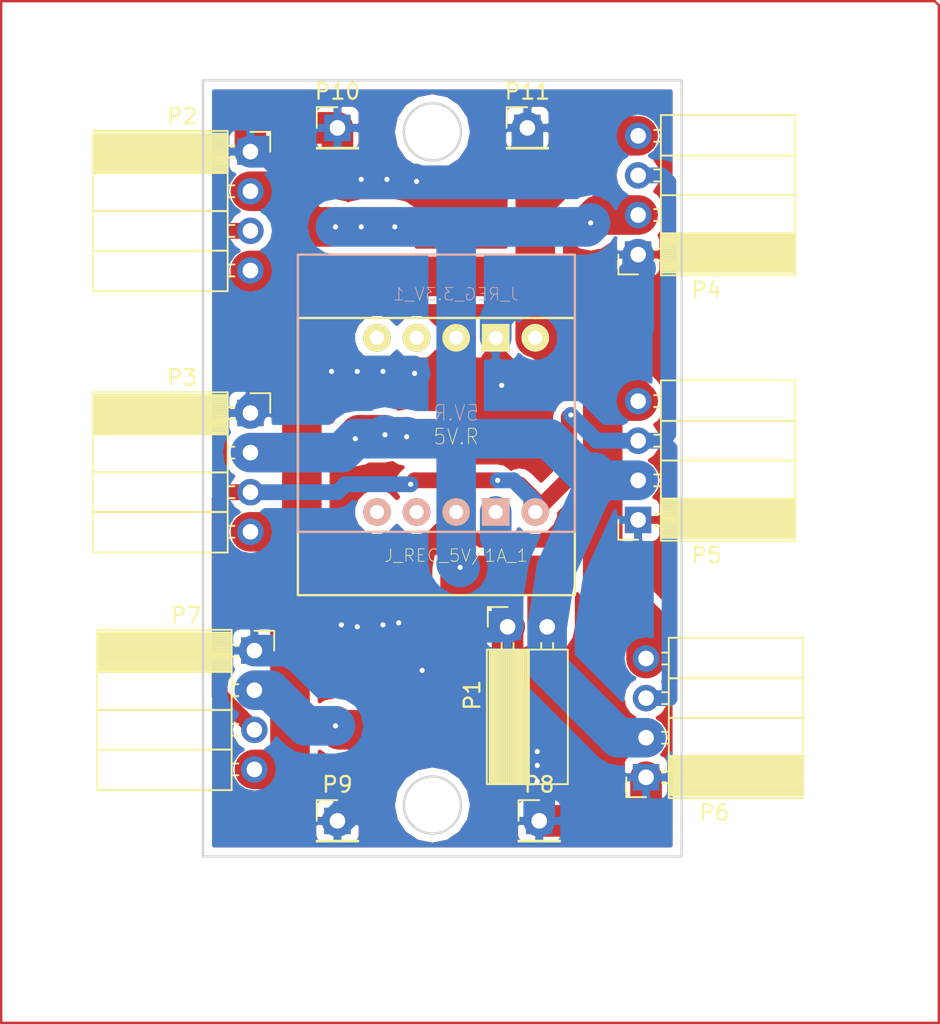
<source format=kicad_pcb>
(kicad_pcb (version 4) (host pcbnew 4.0.4-stable)

  (general
    (links 32)
    (no_connects 1)
    (area 122.199399 57.175399 182.854602 123.164602)
    (thickness 1.6)
    (drawings 16)
    (tracks 228)
    (zones 0)
    (modules 13)
    (nets 5)
  )

  (page A4)
  (layers
    (0 F.Cu signal)
    (31 B.Cu signal)
    (33 F.Adhes user)
    (34 B.Paste user)
    (35 F.Paste user)
    (36 B.SilkS user)
    (37 F.SilkS user)
    (38 B.Mask user)
    (39 F.Mask user)
    (40 Dwgs.User user)
    (41 Cmts.User user)
    (42 Eco1.User user)
    (43 Eco2.User user)
    (44 Edge.Cuts user)
    (45 Margin user)
    (47 F.CrtYd user)
    (49 F.Fab user)
  )

  (setup
    (last_trace_width 1.016)
    (trace_clearance 0.1524)
    (zone_clearance 0.508)
    (zone_45_only no)
    (trace_min 0.1524)
    (segment_width 0.2)
    (edge_width 0.15)
    (via_size 0.6858)
    (via_drill 0.3302)
    (via_min_size 0.6858)
    (via_min_drill 0.3302)
    (uvia_size 0.762)
    (uvia_drill 0.508)
    (uvias_allowed no)
    (uvia_min_size 0)
    (uvia_min_drill 0)
    (pcb_text_width 0.3)
    (pcb_text_size 1.5 1.5)
    (mod_edge_width 0.15)
    (mod_text_size 1 1)
    (mod_text_width 0.15)
    (pad_size 1.524 1.524)
    (pad_drill 0.762)
    (pad_to_mask_clearance 0.2)
    (aux_axis_origin 0 0)
    (visible_elements 7FFFFFFF)
    (pcbplotparams
      (layerselection 0x00030_80000001)
      (usegerberextensions false)
      (excludeedgelayer true)
      (linewidth 0.100000)
      (plotframeref false)
      (viasonmask false)
      (mode 1)
      (useauxorigin false)
      (hpglpennumber 1)
      (hpglpenspeed 20)
      (hpglpendiameter 15)
      (hpglpenoverlay 2)
      (psnegative false)
      (psa4output false)
      (plotreference true)
      (plotvalue true)
      (plotinvisibletext false)
      (padsonsilk false)
      (subtractmaskfromsilk false)
      (outputformat 1)
      (mirror false)
      (drillshape 1)
      (scaleselection 1)
      (outputdirectory ""))
  )

  (net 0 "")
  (net 1 /3.3V)
  (net 2 /12V)
  (net 3 GND)
  (net 4 /5V)

  (net_class Default "This is the default net class."
    (clearance 0.1524)
    (trace_width 1.016)
    (via_dia 0.6858)
    (via_drill 0.3302)
    (uvia_dia 0.762)
    (uvia_drill 0.508)
  )

  (net_class 3.3 ""
    (clearance 0.1524)
    (trace_width 1.016)
    (via_dia 0.6858)
    (via_drill 0.3302)
    (uvia_dia 0.762)
    (uvia_drill 0.508)
    (add_net /3.3V)
  )

  (net_class 5v ""
    (clearance 0.1524)
    (trace_width 2.54)
    (via_dia 0.6858)
    (via_drill 0.3302)
    (uvia_dia 0.762)
    (uvia_drill 0.508)
    (add_net /12V)
    (add_net /5V)
  )

  (net_class GND ""
    (clearance 0.1524)
    (trace_width 2.032)
    (via_dia 0.6858)
    (via_drill 0.3302)
    (uvia_dia 0.762)
    (uvia_drill 0.508)
    (add_net GND)
  )

  (module polol:5V_VOLTAGE_REGULATOR (layer B.Cu) (tedit 58C2A823) (tstamp 58DAB97E)
    (at 151.638 83.82 180)
    (descr "Polulu 5V Step-Up/Step-Down Voltage REgulator S7V7F5 Footprint")
    (path /58C2ABD0)
    (solder_mask_margin 0.1)
    (fp_text reference J_REG_3.3V_1 (at 0 7.62 360) (layer B.SilkS)
      (effects (font (size 0.8 0.8) (thickness 0.05)) (justify mirror))
    )
    (fp_text value 5V.R (at 0 0 180) (layer B.SilkS)
      (effects (font (size 1 0.9) (thickness 0.05)) (justify mirror))
    )
    (fp_line (start -7.62 -7.62) (end -5.08 -7.62) (layer B.SilkS) (width 0.15))
    (fp_line (start -5.08 -7.62) (end 10.16 -7.62) (layer B.SilkS) (width 0.15))
    (fp_line (start -7.62 10.16) (end 10.16 10.16) (layer B.SilkS) (width 0.15))
    (fp_line (start 10.16 10.16) (end 10.16 -7.62) (layer B.SilkS) (width 0.15))
    (fp_line (start -7.62 -7.62) (end -7.62 10.16) (layer B.SilkS) (width 0.15))
    (pad PG thru_hole circle (at 5.08 -6.35 180) (size 1.778 1.778) (drill 0.9) (layers *.Cu *.Mask B.SilkS)
      (solder_mask_margin 0.2))
    (pad SHDN thru_hole circle (at 2.54 -6.35 180) (size 1.778 1.778) (drill 0.9) (layers *.Cu *.Mask B.SilkS)
      (solder_mask_margin 0.2))
    (pad VOUT thru_hole circle (at -5.08 -6.35 180) (size 1.778 1.778) (drill 0.9) (layers *.Cu *.Mask B.SilkS)
      (net 1 /3.3V) (solder_mask_margin 0.2))
    (pad VIN thru_hole circle (at 0 -6.35 180) (size 1.778 1.778) (drill 0.9) (layers *.Cu *.Mask B.SilkS)
      (net 2 /12V) (solder_mask_margin 0.2))
    (pad GND thru_hole rect (at -2.54 -6.35 180) (size 1.778 1.778) (drill 0.9) (layers *.Cu *.Mask B.SilkS)
      (net 3 GND) (solder_mask_margin 0.2))
  )

  (module polol:5V_VOLTAGE_REGULATOR (layer F.Cu) (tedit 58C2A823) (tstamp 58DAB98C)
    (at 151.638 85.344 180)
    (descr "Polulu 5V Step-Up/Step-Down Voltage REgulator S7V7F5 Footprint")
    (path /58C2AAD4)
    (solder_mask_margin 0.1)
    (fp_text reference J_REG_5V/1A_1 (at 0 -7.62 360) (layer F.SilkS)
      (effects (font (size 0.8 0.8) (thickness 0.05)))
    )
    (fp_text value 5V.R (at 0 0 180) (layer F.SilkS)
      (effects (font (size 1 0.9) (thickness 0.05)))
    )
    (fp_line (start -7.62 7.62) (end -5.08 7.62) (layer F.SilkS) (width 0.15))
    (fp_line (start -5.08 7.62) (end 10.16 7.62) (layer F.SilkS) (width 0.15))
    (fp_line (start -7.62 -10.16) (end 10.16 -10.16) (layer F.SilkS) (width 0.15))
    (fp_line (start 10.16 -10.16) (end 10.16 7.62) (layer F.SilkS) (width 0.15))
    (fp_line (start -7.62 7.62) (end -7.62 -10.16) (layer F.SilkS) (width 0.15))
    (pad PG thru_hole circle (at 5.08 6.35 180) (size 1.778 1.778) (drill 0.9) (layers *.Cu *.Mask F.SilkS)
      (solder_mask_margin 0.2))
    (pad SHDN thru_hole circle (at 2.54 6.35 180) (size 1.778 1.778) (drill 0.9) (layers *.Cu *.Mask F.SilkS)
      (solder_mask_margin 0.2))
    (pad VOUT thru_hole circle (at -5.08 6.35 180) (size 1.778 1.778) (drill 0.9) (layers *.Cu *.Mask F.SilkS)
      (net 4 /5V) (solder_mask_margin 0.2))
    (pad VIN thru_hole circle (at 0 6.35 180) (size 1.778 1.778) (drill 0.9) (layers *.Cu *.Mask F.SilkS)
      (net 2 /12V) (solder_mask_margin 0.2))
    (pad GND thru_hole rect (at -2.54 6.35 180) (size 1.778 1.778) (drill 0.9) (layers *.Cu *.Mask F.SilkS)
      (net 3 GND) (solder_mask_margin 0.2))
  )

  (module Socket_Strips:Socket_Strip_Angled_1x02_Pitch2.54mm (layer F.Cu) (tedit 58CD5446) (tstamp 58DAB9CB)
    (at 154.94 97.536 90)
    (descr "Through hole angled socket strip, 1x02, 2.54mm pitch, 8.51mm socket length, single row")
    (tags "Through hole angled socket strip THT 1x02 2.54mm single row")
    (path /58C2ACA6)
    (fp_text reference P1 (at -4.38 -2.27 90) (layer F.SilkS)
      (effects (font (size 1 1) (thickness 0.15)))
    )
    (fp_text value BATT (at -4.38 4.81 90) (layer F.Fab)
      (effects (font (size 1 1) (thickness 0.15)))
    )
    (fp_line (start -1.52 -1.27) (end -1.52 1.27) (layer F.Fab) (width 0.1))
    (fp_line (start -1.52 1.27) (end -10.03 1.27) (layer F.Fab) (width 0.1))
    (fp_line (start -10.03 1.27) (end -10.03 -1.27) (layer F.Fab) (width 0.1))
    (fp_line (start -10.03 -1.27) (end -1.52 -1.27) (layer F.Fab) (width 0.1))
    (fp_line (start 0 -0.32) (end 0 0.32) (layer F.Fab) (width 0.1))
    (fp_line (start 0 0.32) (end -1.52 0.32) (layer F.Fab) (width 0.1))
    (fp_line (start -1.52 0.32) (end -1.52 -0.32) (layer F.Fab) (width 0.1))
    (fp_line (start -1.52 -0.32) (end 0 -0.32) (layer F.Fab) (width 0.1))
    (fp_line (start -1.52 1.27) (end -1.52 3.81) (layer F.Fab) (width 0.1))
    (fp_line (start -1.52 3.81) (end -10.03 3.81) (layer F.Fab) (width 0.1))
    (fp_line (start -10.03 3.81) (end -10.03 1.27) (layer F.Fab) (width 0.1))
    (fp_line (start -10.03 1.27) (end -1.52 1.27) (layer F.Fab) (width 0.1))
    (fp_line (start 0 2.22) (end 0 2.86) (layer F.Fab) (width 0.1))
    (fp_line (start 0 2.86) (end -1.52 2.86) (layer F.Fab) (width 0.1))
    (fp_line (start -1.52 2.86) (end -1.52 2.22) (layer F.Fab) (width 0.1))
    (fp_line (start -1.52 2.22) (end 0 2.22) (layer F.Fab) (width 0.1))
    (fp_line (start -1.46 -1.33) (end -1.46 1.27) (layer F.SilkS) (width 0.12))
    (fp_line (start -1.46 1.27) (end -10.09 1.27) (layer F.SilkS) (width 0.12))
    (fp_line (start -10.09 1.27) (end -10.09 -1.33) (layer F.SilkS) (width 0.12))
    (fp_line (start -10.09 -1.33) (end -1.46 -1.33) (layer F.SilkS) (width 0.12))
    (fp_line (start -1.03 -0.38) (end -1.46 -0.38) (layer F.SilkS) (width 0.12))
    (fp_line (start -1.03 0.38) (end -1.46 0.38) (layer F.SilkS) (width 0.12))
    (fp_line (start -1.46 -1.15) (end -10.09 -1.15) (layer F.SilkS) (width 0.12))
    (fp_line (start -1.46 -1.03) (end -10.09 -1.03) (layer F.SilkS) (width 0.12))
    (fp_line (start -1.46 -0.91) (end -10.09 -0.91) (layer F.SilkS) (width 0.12))
    (fp_line (start -1.46 -0.79) (end -10.09 -0.79) (layer F.SilkS) (width 0.12))
    (fp_line (start -1.46 -0.67) (end -10.09 -0.67) (layer F.SilkS) (width 0.12))
    (fp_line (start -1.46 -0.55) (end -10.09 -0.55) (layer F.SilkS) (width 0.12))
    (fp_line (start -1.46 -0.43) (end -10.09 -0.43) (layer F.SilkS) (width 0.12))
    (fp_line (start -1.46 -0.31) (end -10.09 -0.31) (layer F.SilkS) (width 0.12))
    (fp_line (start -1.46 -0.19) (end -10.09 -0.19) (layer F.SilkS) (width 0.12))
    (fp_line (start -1.46 -0.07) (end -10.09 -0.07) (layer F.SilkS) (width 0.12))
    (fp_line (start -1.46 0.05) (end -10.09 0.05) (layer F.SilkS) (width 0.12))
    (fp_line (start -1.46 0.17) (end -10.09 0.17) (layer F.SilkS) (width 0.12))
    (fp_line (start -1.46 0.29) (end -10.09 0.29) (layer F.SilkS) (width 0.12))
    (fp_line (start -1.46 0.41) (end -10.09 0.41) (layer F.SilkS) (width 0.12))
    (fp_line (start -1.46 0.53) (end -10.09 0.53) (layer F.SilkS) (width 0.12))
    (fp_line (start -1.46 0.65) (end -10.09 0.65) (layer F.SilkS) (width 0.12))
    (fp_line (start -1.46 0.77) (end -10.09 0.77) (layer F.SilkS) (width 0.12))
    (fp_line (start -1.46 0.89) (end -10.09 0.89) (layer F.SilkS) (width 0.12))
    (fp_line (start -1.46 1.01) (end -10.09 1.01) (layer F.SilkS) (width 0.12))
    (fp_line (start -1.46 1.13) (end -10.09 1.13) (layer F.SilkS) (width 0.12))
    (fp_line (start -1.46 1.25) (end -10.09 1.25) (layer F.SilkS) (width 0.12))
    (fp_line (start -1.46 1.37) (end -10.09 1.37) (layer F.SilkS) (width 0.12))
    (fp_line (start -1.46 1.27) (end -1.46 3.87) (layer F.SilkS) (width 0.12))
    (fp_line (start -1.46 3.87) (end -10.09 3.87) (layer F.SilkS) (width 0.12))
    (fp_line (start -10.09 3.87) (end -10.09 1.27) (layer F.SilkS) (width 0.12))
    (fp_line (start -10.09 1.27) (end -1.46 1.27) (layer F.SilkS) (width 0.12))
    (fp_line (start -1.03 2.16) (end -1.46 2.16) (layer F.SilkS) (width 0.12))
    (fp_line (start -1.03 2.92) (end -1.46 2.92) (layer F.SilkS) (width 0.12))
    (fp_line (start 0 -1.27) (end 1.27 -1.27) (layer F.SilkS) (width 0.12))
    (fp_line (start 1.27 -1.27) (end 1.27 0) (layer F.SilkS) (width 0.12))
    (fp_line (start 1.8 -1.8) (end 1.8 4.35) (layer F.CrtYd) (width 0.05))
    (fp_line (start 1.8 4.35) (end -10.55 4.35) (layer F.CrtYd) (width 0.05))
    (fp_line (start -10.55 4.35) (end -10.55 -1.8) (layer F.CrtYd) (width 0.05))
    (fp_line (start -10.55 -1.8) (end 1.8 -1.8) (layer F.CrtYd) (width 0.05))
    (fp_text user %R (at -4.38 -2.27 90) (layer F.Fab)
      (effects (font (size 1 1) (thickness 0.15)))
    )
    (pad 1 thru_hole rect (at 0 0 90) (size 1.7 1.7) (drill 1) (layers *.Cu *.Mask)
      (net 3 GND))
    (pad 2 thru_hole oval (at 0 2.54 90) (size 1.7 1.7) (drill 1) (layers *.Cu *.Mask)
      (net 2 /12V))
    (model ${KISYS3DMOD}/Socket_Strips.3dshapes/Socket_Strip_Angled_1x02_Pitch2.54mm.wrl
      (at (xyz 0 -0.05 0))
      (scale (xyz 1 1 1))
      (rotate (xyz 0 0 270))
    )
  )

  (module Socket_Strips:Socket_Strip_Angled_1x04_Pitch2.54mm (layer F.Cu) (tedit 58CD5446) (tstamp 58DABA28)
    (at 138.43 67.056)
    (descr "Through hole angled socket strip, 1x04, 2.54mm pitch, 8.51mm socket length, single row")
    (tags "Through hole angled socket strip THT 1x04 2.54mm single row")
    (path /58C2AFC8)
    (fp_text reference P2 (at -4.38 -2.27) (layer F.SilkS)
      (effects (font (size 1 1) (thickness 0.15)))
    )
    (fp_text value CONN_01X04 (at -4.38 9.89) (layer F.Fab)
      (effects (font (size 1 1) (thickness 0.15)))
    )
    (fp_line (start -1.52 -1.27) (end -1.52 1.27) (layer F.Fab) (width 0.1))
    (fp_line (start -1.52 1.27) (end -10.03 1.27) (layer F.Fab) (width 0.1))
    (fp_line (start -10.03 1.27) (end -10.03 -1.27) (layer F.Fab) (width 0.1))
    (fp_line (start -10.03 -1.27) (end -1.52 -1.27) (layer F.Fab) (width 0.1))
    (fp_line (start 0 -0.32) (end 0 0.32) (layer F.Fab) (width 0.1))
    (fp_line (start 0 0.32) (end -1.52 0.32) (layer F.Fab) (width 0.1))
    (fp_line (start -1.52 0.32) (end -1.52 -0.32) (layer F.Fab) (width 0.1))
    (fp_line (start -1.52 -0.32) (end 0 -0.32) (layer F.Fab) (width 0.1))
    (fp_line (start -1.52 1.27) (end -1.52 3.81) (layer F.Fab) (width 0.1))
    (fp_line (start -1.52 3.81) (end -10.03 3.81) (layer F.Fab) (width 0.1))
    (fp_line (start -10.03 3.81) (end -10.03 1.27) (layer F.Fab) (width 0.1))
    (fp_line (start -10.03 1.27) (end -1.52 1.27) (layer F.Fab) (width 0.1))
    (fp_line (start 0 2.22) (end 0 2.86) (layer F.Fab) (width 0.1))
    (fp_line (start 0 2.86) (end -1.52 2.86) (layer F.Fab) (width 0.1))
    (fp_line (start -1.52 2.86) (end -1.52 2.22) (layer F.Fab) (width 0.1))
    (fp_line (start -1.52 2.22) (end 0 2.22) (layer F.Fab) (width 0.1))
    (fp_line (start -1.52 3.81) (end -1.52 6.35) (layer F.Fab) (width 0.1))
    (fp_line (start -1.52 6.35) (end -10.03 6.35) (layer F.Fab) (width 0.1))
    (fp_line (start -10.03 6.35) (end -10.03 3.81) (layer F.Fab) (width 0.1))
    (fp_line (start -10.03 3.81) (end -1.52 3.81) (layer F.Fab) (width 0.1))
    (fp_line (start 0 4.76) (end 0 5.4) (layer F.Fab) (width 0.1))
    (fp_line (start 0 5.4) (end -1.52 5.4) (layer F.Fab) (width 0.1))
    (fp_line (start -1.52 5.4) (end -1.52 4.76) (layer F.Fab) (width 0.1))
    (fp_line (start -1.52 4.76) (end 0 4.76) (layer F.Fab) (width 0.1))
    (fp_line (start -1.52 6.35) (end -1.52 8.89) (layer F.Fab) (width 0.1))
    (fp_line (start -1.52 8.89) (end -10.03 8.89) (layer F.Fab) (width 0.1))
    (fp_line (start -10.03 8.89) (end -10.03 6.35) (layer F.Fab) (width 0.1))
    (fp_line (start -10.03 6.35) (end -1.52 6.35) (layer F.Fab) (width 0.1))
    (fp_line (start 0 7.3) (end 0 7.94) (layer F.Fab) (width 0.1))
    (fp_line (start 0 7.94) (end -1.52 7.94) (layer F.Fab) (width 0.1))
    (fp_line (start -1.52 7.94) (end -1.52 7.3) (layer F.Fab) (width 0.1))
    (fp_line (start -1.52 7.3) (end 0 7.3) (layer F.Fab) (width 0.1))
    (fp_line (start -1.46 -1.33) (end -1.46 1.27) (layer F.SilkS) (width 0.12))
    (fp_line (start -1.46 1.27) (end -10.09 1.27) (layer F.SilkS) (width 0.12))
    (fp_line (start -10.09 1.27) (end -10.09 -1.33) (layer F.SilkS) (width 0.12))
    (fp_line (start -10.09 -1.33) (end -1.46 -1.33) (layer F.SilkS) (width 0.12))
    (fp_line (start -1.03 -0.38) (end -1.46 -0.38) (layer F.SilkS) (width 0.12))
    (fp_line (start -1.03 0.38) (end -1.46 0.38) (layer F.SilkS) (width 0.12))
    (fp_line (start -1.46 -1.15) (end -10.09 -1.15) (layer F.SilkS) (width 0.12))
    (fp_line (start -1.46 -1.03) (end -10.09 -1.03) (layer F.SilkS) (width 0.12))
    (fp_line (start -1.46 -0.91) (end -10.09 -0.91) (layer F.SilkS) (width 0.12))
    (fp_line (start -1.46 -0.79) (end -10.09 -0.79) (layer F.SilkS) (width 0.12))
    (fp_line (start -1.46 -0.67) (end -10.09 -0.67) (layer F.SilkS) (width 0.12))
    (fp_line (start -1.46 -0.55) (end -10.09 -0.55) (layer F.SilkS) (width 0.12))
    (fp_line (start -1.46 -0.43) (end -10.09 -0.43) (layer F.SilkS) (width 0.12))
    (fp_line (start -1.46 -0.31) (end -10.09 -0.31) (layer F.SilkS) (width 0.12))
    (fp_line (start -1.46 -0.19) (end -10.09 -0.19) (layer F.SilkS) (width 0.12))
    (fp_line (start -1.46 -0.07) (end -10.09 -0.07) (layer F.SilkS) (width 0.12))
    (fp_line (start -1.46 0.05) (end -10.09 0.05) (layer F.SilkS) (width 0.12))
    (fp_line (start -1.46 0.17) (end -10.09 0.17) (layer F.SilkS) (width 0.12))
    (fp_line (start -1.46 0.29) (end -10.09 0.29) (layer F.SilkS) (width 0.12))
    (fp_line (start -1.46 0.41) (end -10.09 0.41) (layer F.SilkS) (width 0.12))
    (fp_line (start -1.46 0.53) (end -10.09 0.53) (layer F.SilkS) (width 0.12))
    (fp_line (start -1.46 0.65) (end -10.09 0.65) (layer F.SilkS) (width 0.12))
    (fp_line (start -1.46 0.77) (end -10.09 0.77) (layer F.SilkS) (width 0.12))
    (fp_line (start -1.46 0.89) (end -10.09 0.89) (layer F.SilkS) (width 0.12))
    (fp_line (start -1.46 1.01) (end -10.09 1.01) (layer F.SilkS) (width 0.12))
    (fp_line (start -1.46 1.13) (end -10.09 1.13) (layer F.SilkS) (width 0.12))
    (fp_line (start -1.46 1.25) (end -10.09 1.25) (layer F.SilkS) (width 0.12))
    (fp_line (start -1.46 1.37) (end -10.09 1.37) (layer F.SilkS) (width 0.12))
    (fp_line (start -1.46 1.27) (end -1.46 3.81) (layer F.SilkS) (width 0.12))
    (fp_line (start -1.46 3.81) (end -10.09 3.81) (layer F.SilkS) (width 0.12))
    (fp_line (start -10.09 3.81) (end -10.09 1.27) (layer F.SilkS) (width 0.12))
    (fp_line (start -10.09 1.27) (end -1.46 1.27) (layer F.SilkS) (width 0.12))
    (fp_line (start -1.03 2.16) (end -1.46 2.16) (layer F.SilkS) (width 0.12))
    (fp_line (start -1.03 2.92) (end -1.46 2.92) (layer F.SilkS) (width 0.12))
    (fp_line (start -1.46 3.81) (end -1.46 6.35) (layer F.SilkS) (width 0.12))
    (fp_line (start -1.46 6.35) (end -10.09 6.35) (layer F.SilkS) (width 0.12))
    (fp_line (start -10.09 6.35) (end -10.09 3.81) (layer F.SilkS) (width 0.12))
    (fp_line (start -10.09 3.81) (end -1.46 3.81) (layer F.SilkS) (width 0.12))
    (fp_line (start -1.03 4.7) (end -1.46 4.7) (layer F.SilkS) (width 0.12))
    (fp_line (start -1.03 5.46) (end -1.46 5.46) (layer F.SilkS) (width 0.12))
    (fp_line (start -1.46 6.35) (end -1.46 8.95) (layer F.SilkS) (width 0.12))
    (fp_line (start -1.46 8.95) (end -10.09 8.95) (layer F.SilkS) (width 0.12))
    (fp_line (start -10.09 8.95) (end -10.09 6.35) (layer F.SilkS) (width 0.12))
    (fp_line (start -10.09 6.35) (end -1.46 6.35) (layer F.SilkS) (width 0.12))
    (fp_line (start -1.03 7.24) (end -1.46 7.24) (layer F.SilkS) (width 0.12))
    (fp_line (start -1.03 8) (end -1.46 8) (layer F.SilkS) (width 0.12))
    (fp_line (start 0 -1.27) (end 1.27 -1.27) (layer F.SilkS) (width 0.12))
    (fp_line (start 1.27 -1.27) (end 1.27 0) (layer F.SilkS) (width 0.12))
    (fp_line (start 1.8 -1.8) (end 1.8 9.4) (layer F.CrtYd) (width 0.05))
    (fp_line (start 1.8 9.4) (end -10.55 9.4) (layer F.CrtYd) (width 0.05))
    (fp_line (start -10.55 9.4) (end -10.55 -1.8) (layer F.CrtYd) (width 0.05))
    (fp_line (start -10.55 -1.8) (end 1.8 -1.8) (layer F.CrtYd) (width 0.05))
    (fp_text user %R (at -4.38 -2.27) (layer F.Fab)
      (effects (font (size 1 1) (thickness 0.15)))
    )
    (pad 1 thru_hole rect (at 0 0) (size 1.7 1.7) (drill 1) (layers *.Cu *.Mask)
      (net 3 GND))
    (pad 2 thru_hole oval (at 0 2.54) (size 1.7 1.7) (drill 1) (layers *.Cu *.Mask)
      (net 2 /12V))
    (pad 3 thru_hole oval (at 0 5.08) (size 1.7 1.7) (drill 1) (layers *.Cu *.Mask)
      (net 1 /3.3V))
    (pad 4 thru_hole oval (at 0 7.62) (size 1.7 1.7) (drill 1) (layers *.Cu *.Mask)
      (net 4 /5V))
    (model ${KISYS3DMOD}/Socket_Strips.3dshapes/Socket_Strip_Angled_1x04_Pitch2.54mm.wrl
      (at (xyz 0 -0.15 0))
      (scale (xyz 1 1 1))
      (rotate (xyz 0 0 270))
    )
  )

  (module Socket_Strips:Socket_Strip_Angled_1x04_Pitch2.54mm (layer F.Cu) (tedit 58CD5446) (tstamp 58DABA85)
    (at 138.43 83.82)
    (descr "Through hole angled socket strip, 1x04, 2.54mm pitch, 8.51mm socket length, single row")
    (tags "Through hole angled socket strip THT 1x04 2.54mm single row")
    (path /58C2AE95)
    (fp_text reference P3 (at -4.38 -2.27) (layer F.SilkS)
      (effects (font (size 1 1) (thickness 0.15)))
    )
    (fp_text value CONN_01X04 (at -4.38 9.89) (layer F.Fab)
      (effects (font (size 1 1) (thickness 0.15)))
    )
    (fp_line (start -1.52 -1.27) (end -1.52 1.27) (layer F.Fab) (width 0.1))
    (fp_line (start -1.52 1.27) (end -10.03 1.27) (layer F.Fab) (width 0.1))
    (fp_line (start -10.03 1.27) (end -10.03 -1.27) (layer F.Fab) (width 0.1))
    (fp_line (start -10.03 -1.27) (end -1.52 -1.27) (layer F.Fab) (width 0.1))
    (fp_line (start 0 -0.32) (end 0 0.32) (layer F.Fab) (width 0.1))
    (fp_line (start 0 0.32) (end -1.52 0.32) (layer F.Fab) (width 0.1))
    (fp_line (start -1.52 0.32) (end -1.52 -0.32) (layer F.Fab) (width 0.1))
    (fp_line (start -1.52 -0.32) (end 0 -0.32) (layer F.Fab) (width 0.1))
    (fp_line (start -1.52 1.27) (end -1.52 3.81) (layer F.Fab) (width 0.1))
    (fp_line (start -1.52 3.81) (end -10.03 3.81) (layer F.Fab) (width 0.1))
    (fp_line (start -10.03 3.81) (end -10.03 1.27) (layer F.Fab) (width 0.1))
    (fp_line (start -10.03 1.27) (end -1.52 1.27) (layer F.Fab) (width 0.1))
    (fp_line (start 0 2.22) (end 0 2.86) (layer F.Fab) (width 0.1))
    (fp_line (start 0 2.86) (end -1.52 2.86) (layer F.Fab) (width 0.1))
    (fp_line (start -1.52 2.86) (end -1.52 2.22) (layer F.Fab) (width 0.1))
    (fp_line (start -1.52 2.22) (end 0 2.22) (layer F.Fab) (width 0.1))
    (fp_line (start -1.52 3.81) (end -1.52 6.35) (layer F.Fab) (width 0.1))
    (fp_line (start -1.52 6.35) (end -10.03 6.35) (layer F.Fab) (width 0.1))
    (fp_line (start -10.03 6.35) (end -10.03 3.81) (layer F.Fab) (width 0.1))
    (fp_line (start -10.03 3.81) (end -1.52 3.81) (layer F.Fab) (width 0.1))
    (fp_line (start 0 4.76) (end 0 5.4) (layer F.Fab) (width 0.1))
    (fp_line (start 0 5.4) (end -1.52 5.4) (layer F.Fab) (width 0.1))
    (fp_line (start -1.52 5.4) (end -1.52 4.76) (layer F.Fab) (width 0.1))
    (fp_line (start -1.52 4.76) (end 0 4.76) (layer F.Fab) (width 0.1))
    (fp_line (start -1.52 6.35) (end -1.52 8.89) (layer F.Fab) (width 0.1))
    (fp_line (start -1.52 8.89) (end -10.03 8.89) (layer F.Fab) (width 0.1))
    (fp_line (start -10.03 8.89) (end -10.03 6.35) (layer F.Fab) (width 0.1))
    (fp_line (start -10.03 6.35) (end -1.52 6.35) (layer F.Fab) (width 0.1))
    (fp_line (start 0 7.3) (end 0 7.94) (layer F.Fab) (width 0.1))
    (fp_line (start 0 7.94) (end -1.52 7.94) (layer F.Fab) (width 0.1))
    (fp_line (start -1.52 7.94) (end -1.52 7.3) (layer F.Fab) (width 0.1))
    (fp_line (start -1.52 7.3) (end 0 7.3) (layer F.Fab) (width 0.1))
    (fp_line (start -1.46 -1.33) (end -1.46 1.27) (layer F.SilkS) (width 0.12))
    (fp_line (start -1.46 1.27) (end -10.09 1.27) (layer F.SilkS) (width 0.12))
    (fp_line (start -10.09 1.27) (end -10.09 -1.33) (layer F.SilkS) (width 0.12))
    (fp_line (start -10.09 -1.33) (end -1.46 -1.33) (layer F.SilkS) (width 0.12))
    (fp_line (start -1.03 -0.38) (end -1.46 -0.38) (layer F.SilkS) (width 0.12))
    (fp_line (start -1.03 0.38) (end -1.46 0.38) (layer F.SilkS) (width 0.12))
    (fp_line (start -1.46 -1.15) (end -10.09 -1.15) (layer F.SilkS) (width 0.12))
    (fp_line (start -1.46 -1.03) (end -10.09 -1.03) (layer F.SilkS) (width 0.12))
    (fp_line (start -1.46 -0.91) (end -10.09 -0.91) (layer F.SilkS) (width 0.12))
    (fp_line (start -1.46 -0.79) (end -10.09 -0.79) (layer F.SilkS) (width 0.12))
    (fp_line (start -1.46 -0.67) (end -10.09 -0.67) (layer F.SilkS) (width 0.12))
    (fp_line (start -1.46 -0.55) (end -10.09 -0.55) (layer F.SilkS) (width 0.12))
    (fp_line (start -1.46 -0.43) (end -10.09 -0.43) (layer F.SilkS) (width 0.12))
    (fp_line (start -1.46 -0.31) (end -10.09 -0.31) (layer F.SilkS) (width 0.12))
    (fp_line (start -1.46 -0.19) (end -10.09 -0.19) (layer F.SilkS) (width 0.12))
    (fp_line (start -1.46 -0.07) (end -10.09 -0.07) (layer F.SilkS) (width 0.12))
    (fp_line (start -1.46 0.05) (end -10.09 0.05) (layer F.SilkS) (width 0.12))
    (fp_line (start -1.46 0.17) (end -10.09 0.17) (layer F.SilkS) (width 0.12))
    (fp_line (start -1.46 0.29) (end -10.09 0.29) (layer F.SilkS) (width 0.12))
    (fp_line (start -1.46 0.41) (end -10.09 0.41) (layer F.SilkS) (width 0.12))
    (fp_line (start -1.46 0.53) (end -10.09 0.53) (layer F.SilkS) (width 0.12))
    (fp_line (start -1.46 0.65) (end -10.09 0.65) (layer F.SilkS) (width 0.12))
    (fp_line (start -1.46 0.77) (end -10.09 0.77) (layer F.SilkS) (width 0.12))
    (fp_line (start -1.46 0.89) (end -10.09 0.89) (layer F.SilkS) (width 0.12))
    (fp_line (start -1.46 1.01) (end -10.09 1.01) (layer F.SilkS) (width 0.12))
    (fp_line (start -1.46 1.13) (end -10.09 1.13) (layer F.SilkS) (width 0.12))
    (fp_line (start -1.46 1.25) (end -10.09 1.25) (layer F.SilkS) (width 0.12))
    (fp_line (start -1.46 1.37) (end -10.09 1.37) (layer F.SilkS) (width 0.12))
    (fp_line (start -1.46 1.27) (end -1.46 3.81) (layer F.SilkS) (width 0.12))
    (fp_line (start -1.46 3.81) (end -10.09 3.81) (layer F.SilkS) (width 0.12))
    (fp_line (start -10.09 3.81) (end -10.09 1.27) (layer F.SilkS) (width 0.12))
    (fp_line (start -10.09 1.27) (end -1.46 1.27) (layer F.SilkS) (width 0.12))
    (fp_line (start -1.03 2.16) (end -1.46 2.16) (layer F.SilkS) (width 0.12))
    (fp_line (start -1.03 2.92) (end -1.46 2.92) (layer F.SilkS) (width 0.12))
    (fp_line (start -1.46 3.81) (end -1.46 6.35) (layer F.SilkS) (width 0.12))
    (fp_line (start -1.46 6.35) (end -10.09 6.35) (layer F.SilkS) (width 0.12))
    (fp_line (start -10.09 6.35) (end -10.09 3.81) (layer F.SilkS) (width 0.12))
    (fp_line (start -10.09 3.81) (end -1.46 3.81) (layer F.SilkS) (width 0.12))
    (fp_line (start -1.03 4.7) (end -1.46 4.7) (layer F.SilkS) (width 0.12))
    (fp_line (start -1.03 5.46) (end -1.46 5.46) (layer F.SilkS) (width 0.12))
    (fp_line (start -1.46 6.35) (end -1.46 8.95) (layer F.SilkS) (width 0.12))
    (fp_line (start -1.46 8.95) (end -10.09 8.95) (layer F.SilkS) (width 0.12))
    (fp_line (start -10.09 8.95) (end -10.09 6.35) (layer F.SilkS) (width 0.12))
    (fp_line (start -10.09 6.35) (end -1.46 6.35) (layer F.SilkS) (width 0.12))
    (fp_line (start -1.03 7.24) (end -1.46 7.24) (layer F.SilkS) (width 0.12))
    (fp_line (start -1.03 8) (end -1.46 8) (layer F.SilkS) (width 0.12))
    (fp_line (start 0 -1.27) (end 1.27 -1.27) (layer F.SilkS) (width 0.12))
    (fp_line (start 1.27 -1.27) (end 1.27 0) (layer F.SilkS) (width 0.12))
    (fp_line (start 1.8 -1.8) (end 1.8 9.4) (layer F.CrtYd) (width 0.05))
    (fp_line (start 1.8 9.4) (end -10.55 9.4) (layer F.CrtYd) (width 0.05))
    (fp_line (start -10.55 9.4) (end -10.55 -1.8) (layer F.CrtYd) (width 0.05))
    (fp_line (start -10.55 -1.8) (end 1.8 -1.8) (layer F.CrtYd) (width 0.05))
    (fp_text user %R (at -4.38 -2.27) (layer F.Fab)
      (effects (font (size 1 1) (thickness 0.15)))
    )
    (pad 1 thru_hole rect (at 0 0) (size 1.7 1.7) (drill 1) (layers *.Cu *.Mask)
      (net 3 GND))
    (pad 2 thru_hole oval (at 0 2.54) (size 1.7 1.7) (drill 1) (layers *.Cu *.Mask)
      (net 2 /12V))
    (pad 3 thru_hole oval (at 0 5.08) (size 1.7 1.7) (drill 1) (layers *.Cu *.Mask)
      (net 1 /3.3V))
    (pad 4 thru_hole oval (at 0 7.62) (size 1.7 1.7) (drill 1) (layers *.Cu *.Mask)
      (net 4 /5V))
    (model ${KISYS3DMOD}/Socket_Strips.3dshapes/Socket_Strip_Angled_1x04_Pitch2.54mm.wrl
      (at (xyz 0 -0.15 0))
      (scale (xyz 1 1 1))
      (rotate (xyz 0 0 270))
    )
  )

  (module Socket_Strips:Socket_Strip_Angled_1x04_Pitch2.54mm (layer F.Cu) (tedit 58CD5446) (tstamp 58DABAE2)
    (at 163.322 73.66 180)
    (descr "Through hole angled socket strip, 1x04, 2.54mm pitch, 8.51mm socket length, single row")
    (tags "Through hole angled socket strip THT 1x04 2.54mm single row")
    (path /58C2AD03)
    (fp_text reference P4 (at -4.38 -2.27 180) (layer F.SilkS)
      (effects (font (size 1 1) (thickness 0.15)))
    )
    (fp_text value CONN_01X04 (at -4.38 9.89 180) (layer F.Fab)
      (effects (font (size 1 1) (thickness 0.15)))
    )
    (fp_line (start -1.52 -1.27) (end -1.52 1.27) (layer F.Fab) (width 0.1))
    (fp_line (start -1.52 1.27) (end -10.03 1.27) (layer F.Fab) (width 0.1))
    (fp_line (start -10.03 1.27) (end -10.03 -1.27) (layer F.Fab) (width 0.1))
    (fp_line (start -10.03 -1.27) (end -1.52 -1.27) (layer F.Fab) (width 0.1))
    (fp_line (start 0 -0.32) (end 0 0.32) (layer F.Fab) (width 0.1))
    (fp_line (start 0 0.32) (end -1.52 0.32) (layer F.Fab) (width 0.1))
    (fp_line (start -1.52 0.32) (end -1.52 -0.32) (layer F.Fab) (width 0.1))
    (fp_line (start -1.52 -0.32) (end 0 -0.32) (layer F.Fab) (width 0.1))
    (fp_line (start -1.52 1.27) (end -1.52 3.81) (layer F.Fab) (width 0.1))
    (fp_line (start -1.52 3.81) (end -10.03 3.81) (layer F.Fab) (width 0.1))
    (fp_line (start -10.03 3.81) (end -10.03 1.27) (layer F.Fab) (width 0.1))
    (fp_line (start -10.03 1.27) (end -1.52 1.27) (layer F.Fab) (width 0.1))
    (fp_line (start 0 2.22) (end 0 2.86) (layer F.Fab) (width 0.1))
    (fp_line (start 0 2.86) (end -1.52 2.86) (layer F.Fab) (width 0.1))
    (fp_line (start -1.52 2.86) (end -1.52 2.22) (layer F.Fab) (width 0.1))
    (fp_line (start -1.52 2.22) (end 0 2.22) (layer F.Fab) (width 0.1))
    (fp_line (start -1.52 3.81) (end -1.52 6.35) (layer F.Fab) (width 0.1))
    (fp_line (start -1.52 6.35) (end -10.03 6.35) (layer F.Fab) (width 0.1))
    (fp_line (start -10.03 6.35) (end -10.03 3.81) (layer F.Fab) (width 0.1))
    (fp_line (start -10.03 3.81) (end -1.52 3.81) (layer F.Fab) (width 0.1))
    (fp_line (start 0 4.76) (end 0 5.4) (layer F.Fab) (width 0.1))
    (fp_line (start 0 5.4) (end -1.52 5.4) (layer F.Fab) (width 0.1))
    (fp_line (start -1.52 5.4) (end -1.52 4.76) (layer F.Fab) (width 0.1))
    (fp_line (start -1.52 4.76) (end 0 4.76) (layer F.Fab) (width 0.1))
    (fp_line (start -1.52 6.35) (end -1.52 8.89) (layer F.Fab) (width 0.1))
    (fp_line (start -1.52 8.89) (end -10.03 8.89) (layer F.Fab) (width 0.1))
    (fp_line (start -10.03 8.89) (end -10.03 6.35) (layer F.Fab) (width 0.1))
    (fp_line (start -10.03 6.35) (end -1.52 6.35) (layer F.Fab) (width 0.1))
    (fp_line (start 0 7.3) (end 0 7.94) (layer F.Fab) (width 0.1))
    (fp_line (start 0 7.94) (end -1.52 7.94) (layer F.Fab) (width 0.1))
    (fp_line (start -1.52 7.94) (end -1.52 7.3) (layer F.Fab) (width 0.1))
    (fp_line (start -1.52 7.3) (end 0 7.3) (layer F.Fab) (width 0.1))
    (fp_line (start -1.46 -1.33) (end -1.46 1.27) (layer F.SilkS) (width 0.12))
    (fp_line (start -1.46 1.27) (end -10.09 1.27) (layer F.SilkS) (width 0.12))
    (fp_line (start -10.09 1.27) (end -10.09 -1.33) (layer F.SilkS) (width 0.12))
    (fp_line (start -10.09 -1.33) (end -1.46 -1.33) (layer F.SilkS) (width 0.12))
    (fp_line (start -1.03 -0.38) (end -1.46 -0.38) (layer F.SilkS) (width 0.12))
    (fp_line (start -1.03 0.38) (end -1.46 0.38) (layer F.SilkS) (width 0.12))
    (fp_line (start -1.46 -1.15) (end -10.09 -1.15) (layer F.SilkS) (width 0.12))
    (fp_line (start -1.46 -1.03) (end -10.09 -1.03) (layer F.SilkS) (width 0.12))
    (fp_line (start -1.46 -0.91) (end -10.09 -0.91) (layer F.SilkS) (width 0.12))
    (fp_line (start -1.46 -0.79) (end -10.09 -0.79) (layer F.SilkS) (width 0.12))
    (fp_line (start -1.46 -0.67) (end -10.09 -0.67) (layer F.SilkS) (width 0.12))
    (fp_line (start -1.46 -0.55) (end -10.09 -0.55) (layer F.SilkS) (width 0.12))
    (fp_line (start -1.46 -0.43) (end -10.09 -0.43) (layer F.SilkS) (width 0.12))
    (fp_line (start -1.46 -0.31) (end -10.09 -0.31) (layer F.SilkS) (width 0.12))
    (fp_line (start -1.46 -0.19) (end -10.09 -0.19) (layer F.SilkS) (width 0.12))
    (fp_line (start -1.46 -0.07) (end -10.09 -0.07) (layer F.SilkS) (width 0.12))
    (fp_line (start -1.46 0.05) (end -10.09 0.05) (layer F.SilkS) (width 0.12))
    (fp_line (start -1.46 0.17) (end -10.09 0.17) (layer F.SilkS) (width 0.12))
    (fp_line (start -1.46 0.29) (end -10.09 0.29) (layer F.SilkS) (width 0.12))
    (fp_line (start -1.46 0.41) (end -10.09 0.41) (layer F.SilkS) (width 0.12))
    (fp_line (start -1.46 0.53) (end -10.09 0.53) (layer F.SilkS) (width 0.12))
    (fp_line (start -1.46 0.65) (end -10.09 0.65) (layer F.SilkS) (width 0.12))
    (fp_line (start -1.46 0.77) (end -10.09 0.77) (layer F.SilkS) (width 0.12))
    (fp_line (start -1.46 0.89) (end -10.09 0.89) (layer F.SilkS) (width 0.12))
    (fp_line (start -1.46 1.01) (end -10.09 1.01) (layer F.SilkS) (width 0.12))
    (fp_line (start -1.46 1.13) (end -10.09 1.13) (layer F.SilkS) (width 0.12))
    (fp_line (start -1.46 1.25) (end -10.09 1.25) (layer F.SilkS) (width 0.12))
    (fp_line (start -1.46 1.37) (end -10.09 1.37) (layer F.SilkS) (width 0.12))
    (fp_line (start -1.46 1.27) (end -1.46 3.81) (layer F.SilkS) (width 0.12))
    (fp_line (start -1.46 3.81) (end -10.09 3.81) (layer F.SilkS) (width 0.12))
    (fp_line (start -10.09 3.81) (end -10.09 1.27) (layer F.SilkS) (width 0.12))
    (fp_line (start -10.09 1.27) (end -1.46 1.27) (layer F.SilkS) (width 0.12))
    (fp_line (start -1.03 2.16) (end -1.46 2.16) (layer F.SilkS) (width 0.12))
    (fp_line (start -1.03 2.92) (end -1.46 2.92) (layer F.SilkS) (width 0.12))
    (fp_line (start -1.46 3.81) (end -1.46 6.35) (layer F.SilkS) (width 0.12))
    (fp_line (start -1.46 6.35) (end -10.09 6.35) (layer F.SilkS) (width 0.12))
    (fp_line (start -10.09 6.35) (end -10.09 3.81) (layer F.SilkS) (width 0.12))
    (fp_line (start -10.09 3.81) (end -1.46 3.81) (layer F.SilkS) (width 0.12))
    (fp_line (start -1.03 4.7) (end -1.46 4.7) (layer F.SilkS) (width 0.12))
    (fp_line (start -1.03 5.46) (end -1.46 5.46) (layer F.SilkS) (width 0.12))
    (fp_line (start -1.46 6.35) (end -1.46 8.95) (layer F.SilkS) (width 0.12))
    (fp_line (start -1.46 8.95) (end -10.09 8.95) (layer F.SilkS) (width 0.12))
    (fp_line (start -10.09 8.95) (end -10.09 6.35) (layer F.SilkS) (width 0.12))
    (fp_line (start -10.09 6.35) (end -1.46 6.35) (layer F.SilkS) (width 0.12))
    (fp_line (start -1.03 7.24) (end -1.46 7.24) (layer F.SilkS) (width 0.12))
    (fp_line (start -1.03 8) (end -1.46 8) (layer F.SilkS) (width 0.12))
    (fp_line (start 0 -1.27) (end 1.27 -1.27) (layer F.SilkS) (width 0.12))
    (fp_line (start 1.27 -1.27) (end 1.27 0) (layer F.SilkS) (width 0.12))
    (fp_line (start 1.8 -1.8) (end 1.8 9.4) (layer F.CrtYd) (width 0.05))
    (fp_line (start 1.8 9.4) (end -10.55 9.4) (layer F.CrtYd) (width 0.05))
    (fp_line (start -10.55 9.4) (end -10.55 -1.8) (layer F.CrtYd) (width 0.05))
    (fp_line (start -10.55 -1.8) (end 1.8 -1.8) (layer F.CrtYd) (width 0.05))
    (fp_text user %R (at -4.38 -2.27 180) (layer F.Fab)
      (effects (font (size 1 1) (thickness 0.15)))
    )
    (pad 1 thru_hole rect (at 0 0 180) (size 1.7 1.7) (drill 1) (layers *.Cu *.Mask)
      (net 3 GND))
    (pad 2 thru_hole oval (at 0 2.54 180) (size 1.7 1.7) (drill 1) (layers *.Cu *.Mask)
      (net 2 /12V))
    (pad 3 thru_hole oval (at 0 5.08 180) (size 1.7 1.7) (drill 1) (layers *.Cu *.Mask)
      (net 1 /3.3V))
    (pad 4 thru_hole oval (at 0 7.62 180) (size 1.7 1.7) (drill 1) (layers *.Cu *.Mask)
      (net 4 /5V))
    (model ${KISYS3DMOD}/Socket_Strips.3dshapes/Socket_Strip_Angled_1x04_Pitch2.54mm.wrl
      (at (xyz 0 -0.15 0))
      (scale (xyz 1 1 1))
      (rotate (xyz 0 0 270))
    )
  )

  (module Socket_Strips:Socket_Strip_Angled_1x04_Pitch2.54mm (layer F.Cu) (tedit 58CD5446) (tstamp 58DABB3F)
    (at 163.322 90.678 180)
    (descr "Through hole angled socket strip, 1x04, 2.54mm pitch, 8.51mm socket length, single row")
    (tags "Through hole angled socket strip THT 1x04 2.54mm single row")
    (path /58C2ADD4)
    (fp_text reference P5 (at -4.38 -2.27 180) (layer F.SilkS)
      (effects (font (size 1 1) (thickness 0.15)))
    )
    (fp_text value CONN_01X04 (at -4.38 9.89 180) (layer F.Fab)
      (effects (font (size 1 1) (thickness 0.15)))
    )
    (fp_line (start -1.52 -1.27) (end -1.52 1.27) (layer F.Fab) (width 0.1))
    (fp_line (start -1.52 1.27) (end -10.03 1.27) (layer F.Fab) (width 0.1))
    (fp_line (start -10.03 1.27) (end -10.03 -1.27) (layer F.Fab) (width 0.1))
    (fp_line (start -10.03 -1.27) (end -1.52 -1.27) (layer F.Fab) (width 0.1))
    (fp_line (start 0 -0.32) (end 0 0.32) (layer F.Fab) (width 0.1))
    (fp_line (start 0 0.32) (end -1.52 0.32) (layer F.Fab) (width 0.1))
    (fp_line (start -1.52 0.32) (end -1.52 -0.32) (layer F.Fab) (width 0.1))
    (fp_line (start -1.52 -0.32) (end 0 -0.32) (layer F.Fab) (width 0.1))
    (fp_line (start -1.52 1.27) (end -1.52 3.81) (layer F.Fab) (width 0.1))
    (fp_line (start -1.52 3.81) (end -10.03 3.81) (layer F.Fab) (width 0.1))
    (fp_line (start -10.03 3.81) (end -10.03 1.27) (layer F.Fab) (width 0.1))
    (fp_line (start -10.03 1.27) (end -1.52 1.27) (layer F.Fab) (width 0.1))
    (fp_line (start 0 2.22) (end 0 2.86) (layer F.Fab) (width 0.1))
    (fp_line (start 0 2.86) (end -1.52 2.86) (layer F.Fab) (width 0.1))
    (fp_line (start -1.52 2.86) (end -1.52 2.22) (layer F.Fab) (width 0.1))
    (fp_line (start -1.52 2.22) (end 0 2.22) (layer F.Fab) (width 0.1))
    (fp_line (start -1.52 3.81) (end -1.52 6.35) (layer F.Fab) (width 0.1))
    (fp_line (start -1.52 6.35) (end -10.03 6.35) (layer F.Fab) (width 0.1))
    (fp_line (start -10.03 6.35) (end -10.03 3.81) (layer F.Fab) (width 0.1))
    (fp_line (start -10.03 3.81) (end -1.52 3.81) (layer F.Fab) (width 0.1))
    (fp_line (start 0 4.76) (end 0 5.4) (layer F.Fab) (width 0.1))
    (fp_line (start 0 5.4) (end -1.52 5.4) (layer F.Fab) (width 0.1))
    (fp_line (start -1.52 5.4) (end -1.52 4.76) (layer F.Fab) (width 0.1))
    (fp_line (start -1.52 4.76) (end 0 4.76) (layer F.Fab) (width 0.1))
    (fp_line (start -1.52 6.35) (end -1.52 8.89) (layer F.Fab) (width 0.1))
    (fp_line (start -1.52 8.89) (end -10.03 8.89) (layer F.Fab) (width 0.1))
    (fp_line (start -10.03 8.89) (end -10.03 6.35) (layer F.Fab) (width 0.1))
    (fp_line (start -10.03 6.35) (end -1.52 6.35) (layer F.Fab) (width 0.1))
    (fp_line (start 0 7.3) (end 0 7.94) (layer F.Fab) (width 0.1))
    (fp_line (start 0 7.94) (end -1.52 7.94) (layer F.Fab) (width 0.1))
    (fp_line (start -1.52 7.94) (end -1.52 7.3) (layer F.Fab) (width 0.1))
    (fp_line (start -1.52 7.3) (end 0 7.3) (layer F.Fab) (width 0.1))
    (fp_line (start -1.46 -1.33) (end -1.46 1.27) (layer F.SilkS) (width 0.12))
    (fp_line (start -1.46 1.27) (end -10.09 1.27) (layer F.SilkS) (width 0.12))
    (fp_line (start -10.09 1.27) (end -10.09 -1.33) (layer F.SilkS) (width 0.12))
    (fp_line (start -10.09 -1.33) (end -1.46 -1.33) (layer F.SilkS) (width 0.12))
    (fp_line (start -1.03 -0.38) (end -1.46 -0.38) (layer F.SilkS) (width 0.12))
    (fp_line (start -1.03 0.38) (end -1.46 0.38) (layer F.SilkS) (width 0.12))
    (fp_line (start -1.46 -1.15) (end -10.09 -1.15) (layer F.SilkS) (width 0.12))
    (fp_line (start -1.46 -1.03) (end -10.09 -1.03) (layer F.SilkS) (width 0.12))
    (fp_line (start -1.46 -0.91) (end -10.09 -0.91) (layer F.SilkS) (width 0.12))
    (fp_line (start -1.46 -0.79) (end -10.09 -0.79) (layer F.SilkS) (width 0.12))
    (fp_line (start -1.46 -0.67) (end -10.09 -0.67) (layer F.SilkS) (width 0.12))
    (fp_line (start -1.46 -0.55) (end -10.09 -0.55) (layer F.SilkS) (width 0.12))
    (fp_line (start -1.46 -0.43) (end -10.09 -0.43) (layer F.SilkS) (width 0.12))
    (fp_line (start -1.46 -0.31) (end -10.09 -0.31) (layer F.SilkS) (width 0.12))
    (fp_line (start -1.46 -0.19) (end -10.09 -0.19) (layer F.SilkS) (width 0.12))
    (fp_line (start -1.46 -0.07) (end -10.09 -0.07) (layer F.SilkS) (width 0.12))
    (fp_line (start -1.46 0.05) (end -10.09 0.05) (layer F.SilkS) (width 0.12))
    (fp_line (start -1.46 0.17) (end -10.09 0.17) (layer F.SilkS) (width 0.12))
    (fp_line (start -1.46 0.29) (end -10.09 0.29) (layer F.SilkS) (width 0.12))
    (fp_line (start -1.46 0.41) (end -10.09 0.41) (layer F.SilkS) (width 0.12))
    (fp_line (start -1.46 0.53) (end -10.09 0.53) (layer F.SilkS) (width 0.12))
    (fp_line (start -1.46 0.65) (end -10.09 0.65) (layer F.SilkS) (width 0.12))
    (fp_line (start -1.46 0.77) (end -10.09 0.77) (layer F.SilkS) (width 0.12))
    (fp_line (start -1.46 0.89) (end -10.09 0.89) (layer F.SilkS) (width 0.12))
    (fp_line (start -1.46 1.01) (end -10.09 1.01) (layer F.SilkS) (width 0.12))
    (fp_line (start -1.46 1.13) (end -10.09 1.13) (layer F.SilkS) (width 0.12))
    (fp_line (start -1.46 1.25) (end -10.09 1.25) (layer F.SilkS) (width 0.12))
    (fp_line (start -1.46 1.37) (end -10.09 1.37) (layer F.SilkS) (width 0.12))
    (fp_line (start -1.46 1.27) (end -1.46 3.81) (layer F.SilkS) (width 0.12))
    (fp_line (start -1.46 3.81) (end -10.09 3.81) (layer F.SilkS) (width 0.12))
    (fp_line (start -10.09 3.81) (end -10.09 1.27) (layer F.SilkS) (width 0.12))
    (fp_line (start -10.09 1.27) (end -1.46 1.27) (layer F.SilkS) (width 0.12))
    (fp_line (start -1.03 2.16) (end -1.46 2.16) (layer F.SilkS) (width 0.12))
    (fp_line (start -1.03 2.92) (end -1.46 2.92) (layer F.SilkS) (width 0.12))
    (fp_line (start -1.46 3.81) (end -1.46 6.35) (layer F.SilkS) (width 0.12))
    (fp_line (start -1.46 6.35) (end -10.09 6.35) (layer F.SilkS) (width 0.12))
    (fp_line (start -10.09 6.35) (end -10.09 3.81) (layer F.SilkS) (width 0.12))
    (fp_line (start -10.09 3.81) (end -1.46 3.81) (layer F.SilkS) (width 0.12))
    (fp_line (start -1.03 4.7) (end -1.46 4.7) (layer F.SilkS) (width 0.12))
    (fp_line (start -1.03 5.46) (end -1.46 5.46) (layer F.SilkS) (width 0.12))
    (fp_line (start -1.46 6.35) (end -1.46 8.95) (layer F.SilkS) (width 0.12))
    (fp_line (start -1.46 8.95) (end -10.09 8.95) (layer F.SilkS) (width 0.12))
    (fp_line (start -10.09 8.95) (end -10.09 6.35) (layer F.SilkS) (width 0.12))
    (fp_line (start -10.09 6.35) (end -1.46 6.35) (layer F.SilkS) (width 0.12))
    (fp_line (start -1.03 7.24) (end -1.46 7.24) (layer F.SilkS) (width 0.12))
    (fp_line (start -1.03 8) (end -1.46 8) (layer F.SilkS) (width 0.12))
    (fp_line (start 0 -1.27) (end 1.27 -1.27) (layer F.SilkS) (width 0.12))
    (fp_line (start 1.27 -1.27) (end 1.27 0) (layer F.SilkS) (width 0.12))
    (fp_line (start 1.8 -1.8) (end 1.8 9.4) (layer F.CrtYd) (width 0.05))
    (fp_line (start 1.8 9.4) (end -10.55 9.4) (layer F.CrtYd) (width 0.05))
    (fp_line (start -10.55 9.4) (end -10.55 -1.8) (layer F.CrtYd) (width 0.05))
    (fp_line (start -10.55 -1.8) (end 1.8 -1.8) (layer F.CrtYd) (width 0.05))
    (fp_text user %R (at -4.38 -2.27 180) (layer F.Fab)
      (effects (font (size 1 1) (thickness 0.15)))
    )
    (pad 1 thru_hole rect (at 0 0 180) (size 1.7 1.7) (drill 1) (layers *.Cu *.Mask)
      (net 3 GND))
    (pad 2 thru_hole oval (at 0 2.54 180) (size 1.7 1.7) (drill 1) (layers *.Cu *.Mask)
      (net 2 /12V))
    (pad 3 thru_hole oval (at 0 5.08 180) (size 1.7 1.7) (drill 1) (layers *.Cu *.Mask)
      (net 1 /3.3V))
    (pad 4 thru_hole oval (at 0 7.62 180) (size 1.7 1.7) (drill 1) (layers *.Cu *.Mask)
      (net 4 /5V))
    (model ${KISYS3DMOD}/Socket_Strips.3dshapes/Socket_Strip_Angled_1x04_Pitch2.54mm.wrl
      (at (xyz 0 -0.15 0))
      (scale (xyz 1 1 1))
      (rotate (xyz 0 0 270))
    )
  )

  (module Socket_Strips:Socket_Strip_Angled_1x04_Pitch2.54mm (layer F.Cu) (tedit 58CD5446) (tstamp 58DABB9C)
    (at 163.83 107.188 180)
    (descr "Through hole angled socket strip, 1x04, 2.54mm pitch, 8.51mm socket length, single row")
    (tags "Through hole angled socket strip THT 1x04 2.54mm single row")
    (path /58C2AE0C)
    (fp_text reference P6 (at -4.38 -2.27 180) (layer F.SilkS)
      (effects (font (size 1 1) (thickness 0.15)))
    )
    (fp_text value CONN_01X04 (at -4.38 9.89 180) (layer F.Fab)
      (effects (font (size 1 1) (thickness 0.15)))
    )
    (fp_line (start -1.52 -1.27) (end -1.52 1.27) (layer F.Fab) (width 0.1))
    (fp_line (start -1.52 1.27) (end -10.03 1.27) (layer F.Fab) (width 0.1))
    (fp_line (start -10.03 1.27) (end -10.03 -1.27) (layer F.Fab) (width 0.1))
    (fp_line (start -10.03 -1.27) (end -1.52 -1.27) (layer F.Fab) (width 0.1))
    (fp_line (start 0 -0.32) (end 0 0.32) (layer F.Fab) (width 0.1))
    (fp_line (start 0 0.32) (end -1.52 0.32) (layer F.Fab) (width 0.1))
    (fp_line (start -1.52 0.32) (end -1.52 -0.32) (layer F.Fab) (width 0.1))
    (fp_line (start -1.52 -0.32) (end 0 -0.32) (layer F.Fab) (width 0.1))
    (fp_line (start -1.52 1.27) (end -1.52 3.81) (layer F.Fab) (width 0.1))
    (fp_line (start -1.52 3.81) (end -10.03 3.81) (layer F.Fab) (width 0.1))
    (fp_line (start -10.03 3.81) (end -10.03 1.27) (layer F.Fab) (width 0.1))
    (fp_line (start -10.03 1.27) (end -1.52 1.27) (layer F.Fab) (width 0.1))
    (fp_line (start 0 2.22) (end 0 2.86) (layer F.Fab) (width 0.1))
    (fp_line (start 0 2.86) (end -1.52 2.86) (layer F.Fab) (width 0.1))
    (fp_line (start -1.52 2.86) (end -1.52 2.22) (layer F.Fab) (width 0.1))
    (fp_line (start -1.52 2.22) (end 0 2.22) (layer F.Fab) (width 0.1))
    (fp_line (start -1.52 3.81) (end -1.52 6.35) (layer F.Fab) (width 0.1))
    (fp_line (start -1.52 6.35) (end -10.03 6.35) (layer F.Fab) (width 0.1))
    (fp_line (start -10.03 6.35) (end -10.03 3.81) (layer F.Fab) (width 0.1))
    (fp_line (start -10.03 3.81) (end -1.52 3.81) (layer F.Fab) (width 0.1))
    (fp_line (start 0 4.76) (end 0 5.4) (layer F.Fab) (width 0.1))
    (fp_line (start 0 5.4) (end -1.52 5.4) (layer F.Fab) (width 0.1))
    (fp_line (start -1.52 5.4) (end -1.52 4.76) (layer F.Fab) (width 0.1))
    (fp_line (start -1.52 4.76) (end 0 4.76) (layer F.Fab) (width 0.1))
    (fp_line (start -1.52 6.35) (end -1.52 8.89) (layer F.Fab) (width 0.1))
    (fp_line (start -1.52 8.89) (end -10.03 8.89) (layer F.Fab) (width 0.1))
    (fp_line (start -10.03 8.89) (end -10.03 6.35) (layer F.Fab) (width 0.1))
    (fp_line (start -10.03 6.35) (end -1.52 6.35) (layer F.Fab) (width 0.1))
    (fp_line (start 0 7.3) (end 0 7.94) (layer F.Fab) (width 0.1))
    (fp_line (start 0 7.94) (end -1.52 7.94) (layer F.Fab) (width 0.1))
    (fp_line (start -1.52 7.94) (end -1.52 7.3) (layer F.Fab) (width 0.1))
    (fp_line (start -1.52 7.3) (end 0 7.3) (layer F.Fab) (width 0.1))
    (fp_line (start -1.46 -1.33) (end -1.46 1.27) (layer F.SilkS) (width 0.12))
    (fp_line (start -1.46 1.27) (end -10.09 1.27) (layer F.SilkS) (width 0.12))
    (fp_line (start -10.09 1.27) (end -10.09 -1.33) (layer F.SilkS) (width 0.12))
    (fp_line (start -10.09 -1.33) (end -1.46 -1.33) (layer F.SilkS) (width 0.12))
    (fp_line (start -1.03 -0.38) (end -1.46 -0.38) (layer F.SilkS) (width 0.12))
    (fp_line (start -1.03 0.38) (end -1.46 0.38) (layer F.SilkS) (width 0.12))
    (fp_line (start -1.46 -1.15) (end -10.09 -1.15) (layer F.SilkS) (width 0.12))
    (fp_line (start -1.46 -1.03) (end -10.09 -1.03) (layer F.SilkS) (width 0.12))
    (fp_line (start -1.46 -0.91) (end -10.09 -0.91) (layer F.SilkS) (width 0.12))
    (fp_line (start -1.46 -0.79) (end -10.09 -0.79) (layer F.SilkS) (width 0.12))
    (fp_line (start -1.46 -0.67) (end -10.09 -0.67) (layer F.SilkS) (width 0.12))
    (fp_line (start -1.46 -0.55) (end -10.09 -0.55) (layer F.SilkS) (width 0.12))
    (fp_line (start -1.46 -0.43) (end -10.09 -0.43) (layer F.SilkS) (width 0.12))
    (fp_line (start -1.46 -0.31) (end -10.09 -0.31) (layer F.SilkS) (width 0.12))
    (fp_line (start -1.46 -0.19) (end -10.09 -0.19) (layer F.SilkS) (width 0.12))
    (fp_line (start -1.46 -0.07) (end -10.09 -0.07) (layer F.SilkS) (width 0.12))
    (fp_line (start -1.46 0.05) (end -10.09 0.05) (layer F.SilkS) (width 0.12))
    (fp_line (start -1.46 0.17) (end -10.09 0.17) (layer F.SilkS) (width 0.12))
    (fp_line (start -1.46 0.29) (end -10.09 0.29) (layer F.SilkS) (width 0.12))
    (fp_line (start -1.46 0.41) (end -10.09 0.41) (layer F.SilkS) (width 0.12))
    (fp_line (start -1.46 0.53) (end -10.09 0.53) (layer F.SilkS) (width 0.12))
    (fp_line (start -1.46 0.65) (end -10.09 0.65) (layer F.SilkS) (width 0.12))
    (fp_line (start -1.46 0.77) (end -10.09 0.77) (layer F.SilkS) (width 0.12))
    (fp_line (start -1.46 0.89) (end -10.09 0.89) (layer F.SilkS) (width 0.12))
    (fp_line (start -1.46 1.01) (end -10.09 1.01) (layer F.SilkS) (width 0.12))
    (fp_line (start -1.46 1.13) (end -10.09 1.13) (layer F.SilkS) (width 0.12))
    (fp_line (start -1.46 1.25) (end -10.09 1.25) (layer F.SilkS) (width 0.12))
    (fp_line (start -1.46 1.37) (end -10.09 1.37) (layer F.SilkS) (width 0.12))
    (fp_line (start -1.46 1.27) (end -1.46 3.81) (layer F.SilkS) (width 0.12))
    (fp_line (start -1.46 3.81) (end -10.09 3.81) (layer F.SilkS) (width 0.12))
    (fp_line (start -10.09 3.81) (end -10.09 1.27) (layer F.SilkS) (width 0.12))
    (fp_line (start -10.09 1.27) (end -1.46 1.27) (layer F.SilkS) (width 0.12))
    (fp_line (start -1.03 2.16) (end -1.46 2.16) (layer F.SilkS) (width 0.12))
    (fp_line (start -1.03 2.92) (end -1.46 2.92) (layer F.SilkS) (width 0.12))
    (fp_line (start -1.46 3.81) (end -1.46 6.35) (layer F.SilkS) (width 0.12))
    (fp_line (start -1.46 6.35) (end -10.09 6.35) (layer F.SilkS) (width 0.12))
    (fp_line (start -10.09 6.35) (end -10.09 3.81) (layer F.SilkS) (width 0.12))
    (fp_line (start -10.09 3.81) (end -1.46 3.81) (layer F.SilkS) (width 0.12))
    (fp_line (start -1.03 4.7) (end -1.46 4.7) (layer F.SilkS) (width 0.12))
    (fp_line (start -1.03 5.46) (end -1.46 5.46) (layer F.SilkS) (width 0.12))
    (fp_line (start -1.46 6.35) (end -1.46 8.95) (layer F.SilkS) (width 0.12))
    (fp_line (start -1.46 8.95) (end -10.09 8.95) (layer F.SilkS) (width 0.12))
    (fp_line (start -10.09 8.95) (end -10.09 6.35) (layer F.SilkS) (width 0.12))
    (fp_line (start -10.09 6.35) (end -1.46 6.35) (layer F.SilkS) (width 0.12))
    (fp_line (start -1.03 7.24) (end -1.46 7.24) (layer F.SilkS) (width 0.12))
    (fp_line (start -1.03 8) (end -1.46 8) (layer F.SilkS) (width 0.12))
    (fp_line (start 0 -1.27) (end 1.27 -1.27) (layer F.SilkS) (width 0.12))
    (fp_line (start 1.27 -1.27) (end 1.27 0) (layer F.SilkS) (width 0.12))
    (fp_line (start 1.8 -1.8) (end 1.8 9.4) (layer F.CrtYd) (width 0.05))
    (fp_line (start 1.8 9.4) (end -10.55 9.4) (layer F.CrtYd) (width 0.05))
    (fp_line (start -10.55 9.4) (end -10.55 -1.8) (layer F.CrtYd) (width 0.05))
    (fp_line (start -10.55 -1.8) (end 1.8 -1.8) (layer F.CrtYd) (width 0.05))
    (fp_text user %R (at -4.38 -2.27 180) (layer F.Fab)
      (effects (font (size 1 1) (thickness 0.15)))
    )
    (pad 1 thru_hole rect (at 0 0 180) (size 1.7 1.7) (drill 1) (layers *.Cu *.Mask)
      (net 3 GND))
    (pad 2 thru_hole oval (at 0 2.54 180) (size 1.7 1.7) (drill 1) (layers *.Cu *.Mask)
      (net 2 /12V))
    (pad 3 thru_hole oval (at 0 5.08 180) (size 1.7 1.7) (drill 1) (layers *.Cu *.Mask)
      (net 1 /3.3V))
    (pad 4 thru_hole oval (at 0 7.62 180) (size 1.7 1.7) (drill 1) (layers *.Cu *.Mask)
      (net 4 /5V))
    (model ${KISYS3DMOD}/Socket_Strips.3dshapes/Socket_Strip_Angled_1x04_Pitch2.54mm.wrl
      (at (xyz 0 -0.15 0))
      (scale (xyz 1 1 1))
      (rotate (xyz 0 0 270))
    )
  )

  (module Socket_Strips:Socket_Strip_Angled_1x04_Pitch2.54mm (layer F.Cu) (tedit 58CD5446) (tstamp 58DABBF9)
    (at 138.684 99.06)
    (descr "Through hole angled socket strip, 1x04, 2.54mm pitch, 8.51mm socket length, single row")
    (tags "Through hole angled socket strip THT 1x04 2.54mm single row")
    (path /58C2AE4F)
    (fp_text reference P7 (at -4.38 -2.27) (layer F.SilkS)
      (effects (font (size 1 1) (thickness 0.15)))
    )
    (fp_text value CONN_01X04 (at -4.38 9.89) (layer F.Fab)
      (effects (font (size 1 1) (thickness 0.15)))
    )
    (fp_line (start -1.52 -1.27) (end -1.52 1.27) (layer F.Fab) (width 0.1))
    (fp_line (start -1.52 1.27) (end -10.03 1.27) (layer F.Fab) (width 0.1))
    (fp_line (start -10.03 1.27) (end -10.03 -1.27) (layer F.Fab) (width 0.1))
    (fp_line (start -10.03 -1.27) (end -1.52 -1.27) (layer F.Fab) (width 0.1))
    (fp_line (start 0 -0.32) (end 0 0.32) (layer F.Fab) (width 0.1))
    (fp_line (start 0 0.32) (end -1.52 0.32) (layer F.Fab) (width 0.1))
    (fp_line (start -1.52 0.32) (end -1.52 -0.32) (layer F.Fab) (width 0.1))
    (fp_line (start -1.52 -0.32) (end 0 -0.32) (layer F.Fab) (width 0.1))
    (fp_line (start -1.52 1.27) (end -1.52 3.81) (layer F.Fab) (width 0.1))
    (fp_line (start -1.52 3.81) (end -10.03 3.81) (layer F.Fab) (width 0.1))
    (fp_line (start -10.03 3.81) (end -10.03 1.27) (layer F.Fab) (width 0.1))
    (fp_line (start -10.03 1.27) (end -1.52 1.27) (layer F.Fab) (width 0.1))
    (fp_line (start 0 2.22) (end 0 2.86) (layer F.Fab) (width 0.1))
    (fp_line (start 0 2.86) (end -1.52 2.86) (layer F.Fab) (width 0.1))
    (fp_line (start -1.52 2.86) (end -1.52 2.22) (layer F.Fab) (width 0.1))
    (fp_line (start -1.52 2.22) (end 0 2.22) (layer F.Fab) (width 0.1))
    (fp_line (start -1.52 3.81) (end -1.52 6.35) (layer F.Fab) (width 0.1))
    (fp_line (start -1.52 6.35) (end -10.03 6.35) (layer F.Fab) (width 0.1))
    (fp_line (start -10.03 6.35) (end -10.03 3.81) (layer F.Fab) (width 0.1))
    (fp_line (start -10.03 3.81) (end -1.52 3.81) (layer F.Fab) (width 0.1))
    (fp_line (start 0 4.76) (end 0 5.4) (layer F.Fab) (width 0.1))
    (fp_line (start 0 5.4) (end -1.52 5.4) (layer F.Fab) (width 0.1))
    (fp_line (start -1.52 5.4) (end -1.52 4.76) (layer F.Fab) (width 0.1))
    (fp_line (start -1.52 4.76) (end 0 4.76) (layer F.Fab) (width 0.1))
    (fp_line (start -1.52 6.35) (end -1.52 8.89) (layer F.Fab) (width 0.1))
    (fp_line (start -1.52 8.89) (end -10.03 8.89) (layer F.Fab) (width 0.1))
    (fp_line (start -10.03 8.89) (end -10.03 6.35) (layer F.Fab) (width 0.1))
    (fp_line (start -10.03 6.35) (end -1.52 6.35) (layer F.Fab) (width 0.1))
    (fp_line (start 0 7.3) (end 0 7.94) (layer F.Fab) (width 0.1))
    (fp_line (start 0 7.94) (end -1.52 7.94) (layer F.Fab) (width 0.1))
    (fp_line (start -1.52 7.94) (end -1.52 7.3) (layer F.Fab) (width 0.1))
    (fp_line (start -1.52 7.3) (end 0 7.3) (layer F.Fab) (width 0.1))
    (fp_line (start -1.46 -1.33) (end -1.46 1.27) (layer F.SilkS) (width 0.12))
    (fp_line (start -1.46 1.27) (end -10.09 1.27) (layer F.SilkS) (width 0.12))
    (fp_line (start -10.09 1.27) (end -10.09 -1.33) (layer F.SilkS) (width 0.12))
    (fp_line (start -10.09 -1.33) (end -1.46 -1.33) (layer F.SilkS) (width 0.12))
    (fp_line (start -1.03 -0.38) (end -1.46 -0.38) (layer F.SilkS) (width 0.12))
    (fp_line (start -1.03 0.38) (end -1.46 0.38) (layer F.SilkS) (width 0.12))
    (fp_line (start -1.46 -1.15) (end -10.09 -1.15) (layer F.SilkS) (width 0.12))
    (fp_line (start -1.46 -1.03) (end -10.09 -1.03) (layer F.SilkS) (width 0.12))
    (fp_line (start -1.46 -0.91) (end -10.09 -0.91) (layer F.SilkS) (width 0.12))
    (fp_line (start -1.46 -0.79) (end -10.09 -0.79) (layer F.SilkS) (width 0.12))
    (fp_line (start -1.46 -0.67) (end -10.09 -0.67) (layer F.SilkS) (width 0.12))
    (fp_line (start -1.46 -0.55) (end -10.09 -0.55) (layer F.SilkS) (width 0.12))
    (fp_line (start -1.46 -0.43) (end -10.09 -0.43) (layer F.SilkS) (width 0.12))
    (fp_line (start -1.46 -0.31) (end -10.09 -0.31) (layer F.SilkS) (width 0.12))
    (fp_line (start -1.46 -0.19) (end -10.09 -0.19) (layer F.SilkS) (width 0.12))
    (fp_line (start -1.46 -0.07) (end -10.09 -0.07) (layer F.SilkS) (width 0.12))
    (fp_line (start -1.46 0.05) (end -10.09 0.05) (layer F.SilkS) (width 0.12))
    (fp_line (start -1.46 0.17) (end -10.09 0.17) (layer F.SilkS) (width 0.12))
    (fp_line (start -1.46 0.29) (end -10.09 0.29) (layer F.SilkS) (width 0.12))
    (fp_line (start -1.46 0.41) (end -10.09 0.41) (layer F.SilkS) (width 0.12))
    (fp_line (start -1.46 0.53) (end -10.09 0.53) (layer F.SilkS) (width 0.12))
    (fp_line (start -1.46 0.65) (end -10.09 0.65) (layer F.SilkS) (width 0.12))
    (fp_line (start -1.46 0.77) (end -10.09 0.77) (layer F.SilkS) (width 0.12))
    (fp_line (start -1.46 0.89) (end -10.09 0.89) (layer F.SilkS) (width 0.12))
    (fp_line (start -1.46 1.01) (end -10.09 1.01) (layer F.SilkS) (width 0.12))
    (fp_line (start -1.46 1.13) (end -10.09 1.13) (layer F.SilkS) (width 0.12))
    (fp_line (start -1.46 1.25) (end -10.09 1.25) (layer F.SilkS) (width 0.12))
    (fp_line (start -1.46 1.37) (end -10.09 1.37) (layer F.SilkS) (width 0.12))
    (fp_line (start -1.46 1.27) (end -1.46 3.81) (layer F.SilkS) (width 0.12))
    (fp_line (start -1.46 3.81) (end -10.09 3.81) (layer F.SilkS) (width 0.12))
    (fp_line (start -10.09 3.81) (end -10.09 1.27) (layer F.SilkS) (width 0.12))
    (fp_line (start -10.09 1.27) (end -1.46 1.27) (layer F.SilkS) (width 0.12))
    (fp_line (start -1.03 2.16) (end -1.46 2.16) (layer F.SilkS) (width 0.12))
    (fp_line (start -1.03 2.92) (end -1.46 2.92) (layer F.SilkS) (width 0.12))
    (fp_line (start -1.46 3.81) (end -1.46 6.35) (layer F.SilkS) (width 0.12))
    (fp_line (start -1.46 6.35) (end -10.09 6.35) (layer F.SilkS) (width 0.12))
    (fp_line (start -10.09 6.35) (end -10.09 3.81) (layer F.SilkS) (width 0.12))
    (fp_line (start -10.09 3.81) (end -1.46 3.81) (layer F.SilkS) (width 0.12))
    (fp_line (start -1.03 4.7) (end -1.46 4.7) (layer F.SilkS) (width 0.12))
    (fp_line (start -1.03 5.46) (end -1.46 5.46) (layer F.SilkS) (width 0.12))
    (fp_line (start -1.46 6.35) (end -1.46 8.95) (layer F.SilkS) (width 0.12))
    (fp_line (start -1.46 8.95) (end -10.09 8.95) (layer F.SilkS) (width 0.12))
    (fp_line (start -10.09 8.95) (end -10.09 6.35) (layer F.SilkS) (width 0.12))
    (fp_line (start -10.09 6.35) (end -1.46 6.35) (layer F.SilkS) (width 0.12))
    (fp_line (start -1.03 7.24) (end -1.46 7.24) (layer F.SilkS) (width 0.12))
    (fp_line (start -1.03 8) (end -1.46 8) (layer F.SilkS) (width 0.12))
    (fp_line (start 0 -1.27) (end 1.27 -1.27) (layer F.SilkS) (width 0.12))
    (fp_line (start 1.27 -1.27) (end 1.27 0) (layer F.SilkS) (width 0.12))
    (fp_line (start 1.8 -1.8) (end 1.8 9.4) (layer F.CrtYd) (width 0.05))
    (fp_line (start 1.8 9.4) (end -10.55 9.4) (layer F.CrtYd) (width 0.05))
    (fp_line (start -10.55 9.4) (end -10.55 -1.8) (layer F.CrtYd) (width 0.05))
    (fp_line (start -10.55 -1.8) (end 1.8 -1.8) (layer F.CrtYd) (width 0.05))
    (fp_text user %R (at -4.38 -2.27) (layer F.Fab)
      (effects (font (size 1 1) (thickness 0.15)))
    )
    (pad 1 thru_hole rect (at 0 0) (size 1.7 1.7) (drill 1) (layers *.Cu *.Mask)
      (net 3 GND))
    (pad 2 thru_hole oval (at 0 2.54) (size 1.7 1.7) (drill 1) (layers *.Cu *.Mask)
      (net 2 /12V))
    (pad 3 thru_hole oval (at 0 5.08) (size 1.7 1.7) (drill 1) (layers *.Cu *.Mask)
      (net 1 /3.3V))
    (pad 4 thru_hole oval (at 0 7.62) (size 1.7 1.7) (drill 1) (layers *.Cu *.Mask)
      (net 4 /5V))
    (model ${KISYS3DMOD}/Socket_Strips.3dshapes/Socket_Strip_Angled_1x04_Pitch2.54mm.wrl
      (at (xyz 0 -0.15 0))
      (scale (xyz 1 1 1))
      (rotate (xyz 0 0 270))
    )
  )

  (module Pin_Headers:Pin_Header_Straight_1x01_Pitch2.54mm (layer F.Cu) (tedit 58CD4EC1) (tstamp 58E502E8)
    (at 156.972 109.982)
    (descr "Through hole straight pin header, 1x01, 2.54mm pitch, single row")
    (tags "Through hole pin header THT 1x01 2.54mm single row")
    (path /58E50109)
    (fp_text reference P8 (at 0 -2.33) (layer F.SilkS)
      (effects (font (size 1 1) (thickness 0.15)))
    )
    (fp_text value GND (at 0 2.33) (layer F.Fab)
      (effects (font (size 1 1) (thickness 0.15)))
    )
    (fp_line (start -1.27 -1.27) (end -1.27 1.27) (layer F.Fab) (width 0.1))
    (fp_line (start -1.27 1.27) (end 1.27 1.27) (layer F.Fab) (width 0.1))
    (fp_line (start 1.27 1.27) (end 1.27 -1.27) (layer F.Fab) (width 0.1))
    (fp_line (start 1.27 -1.27) (end -1.27 -1.27) (layer F.Fab) (width 0.1))
    (fp_line (start -1.33 1.27) (end -1.33 1.33) (layer F.SilkS) (width 0.12))
    (fp_line (start -1.33 1.33) (end 1.33 1.33) (layer F.SilkS) (width 0.12))
    (fp_line (start 1.33 1.33) (end 1.33 1.27) (layer F.SilkS) (width 0.12))
    (fp_line (start 1.33 1.27) (end -1.33 1.27) (layer F.SilkS) (width 0.12))
    (fp_line (start -1.33 0) (end -1.33 -1.33) (layer F.SilkS) (width 0.12))
    (fp_line (start -1.33 -1.33) (end 0 -1.33) (layer F.SilkS) (width 0.12))
    (fp_line (start -1.8 -1.8) (end -1.8 1.8) (layer F.CrtYd) (width 0.05))
    (fp_line (start -1.8 1.8) (end 1.8 1.8) (layer F.CrtYd) (width 0.05))
    (fp_line (start 1.8 1.8) (end 1.8 -1.8) (layer F.CrtYd) (width 0.05))
    (fp_line (start 1.8 -1.8) (end -1.8 -1.8) (layer F.CrtYd) (width 0.05))
    (fp_text user %R (at 0 -2.33) (layer F.Fab)
      (effects (font (size 1 1) (thickness 0.15)))
    )
    (pad 1 thru_hole rect (at 0 0) (size 1.7 1.7) (drill 1) (layers *.Cu *.Mask)
      (net 3 GND))
    (model ${KISYS3DMOD}/Pin_Headers.3dshapes/Pin_Header_Straight_1x01_Pitch2.54mm.wrl
      (at (xyz 0 0 0))
      (scale (xyz 1 1 1))
      (rotate (xyz 0 0 90))
    )
  )

  (module Pin_Headers:Pin_Header_Straight_1x01_Pitch2.54mm (layer F.Cu) (tedit 58CD4EC1) (tstamp 58E502FC)
    (at 144.018 109.982)
    (descr "Through hole straight pin header, 1x01, 2.54mm pitch, single row")
    (tags "Through hole pin header THT 1x01 2.54mm single row")
    (path /58E50258)
    (fp_text reference P9 (at 0 -2.33) (layer F.SilkS)
      (effects (font (size 1 1) (thickness 0.15)))
    )
    (fp_text value GND (at 0 2.33) (layer F.Fab)
      (effects (font (size 1 1) (thickness 0.15)))
    )
    (fp_line (start -1.27 -1.27) (end -1.27 1.27) (layer F.Fab) (width 0.1))
    (fp_line (start -1.27 1.27) (end 1.27 1.27) (layer F.Fab) (width 0.1))
    (fp_line (start 1.27 1.27) (end 1.27 -1.27) (layer F.Fab) (width 0.1))
    (fp_line (start 1.27 -1.27) (end -1.27 -1.27) (layer F.Fab) (width 0.1))
    (fp_line (start -1.33 1.27) (end -1.33 1.33) (layer F.SilkS) (width 0.12))
    (fp_line (start -1.33 1.33) (end 1.33 1.33) (layer F.SilkS) (width 0.12))
    (fp_line (start 1.33 1.33) (end 1.33 1.27) (layer F.SilkS) (width 0.12))
    (fp_line (start 1.33 1.27) (end -1.33 1.27) (layer F.SilkS) (width 0.12))
    (fp_line (start -1.33 0) (end -1.33 -1.33) (layer F.SilkS) (width 0.12))
    (fp_line (start -1.33 -1.33) (end 0 -1.33) (layer F.SilkS) (width 0.12))
    (fp_line (start -1.8 -1.8) (end -1.8 1.8) (layer F.CrtYd) (width 0.05))
    (fp_line (start -1.8 1.8) (end 1.8 1.8) (layer F.CrtYd) (width 0.05))
    (fp_line (start 1.8 1.8) (end 1.8 -1.8) (layer F.CrtYd) (width 0.05))
    (fp_line (start 1.8 -1.8) (end -1.8 -1.8) (layer F.CrtYd) (width 0.05))
    (fp_text user %R (at 0 -2.33) (layer F.Fab)
      (effects (font (size 1 1) (thickness 0.15)))
    )
    (pad 1 thru_hole rect (at 0 0) (size 1.7 1.7) (drill 1) (layers *.Cu *.Mask)
      (net 3 GND))
    (model ${KISYS3DMOD}/Pin_Headers.3dshapes/Pin_Header_Straight_1x01_Pitch2.54mm.wrl
      (at (xyz 0 0 0))
      (scale (xyz 1 1 1))
      (rotate (xyz 0 0 90))
    )
  )

  (module Pin_Headers:Pin_Header_Straight_1x01_Pitch2.54mm (layer F.Cu) (tedit 58CD4EC1) (tstamp 58E50310)
    (at 144.018 65.532)
    (descr "Through hole straight pin header, 1x01, 2.54mm pitch, single row")
    (tags "Through hole pin header THT 1x01 2.54mm single row")
    (path /58E5028F)
    (fp_text reference P10 (at 0 -2.33) (layer F.SilkS)
      (effects (font (size 1 1) (thickness 0.15)))
    )
    (fp_text value GND (at 0 2.33) (layer F.Fab)
      (effects (font (size 1 1) (thickness 0.15)))
    )
    (fp_line (start -1.27 -1.27) (end -1.27 1.27) (layer F.Fab) (width 0.1))
    (fp_line (start -1.27 1.27) (end 1.27 1.27) (layer F.Fab) (width 0.1))
    (fp_line (start 1.27 1.27) (end 1.27 -1.27) (layer F.Fab) (width 0.1))
    (fp_line (start 1.27 -1.27) (end -1.27 -1.27) (layer F.Fab) (width 0.1))
    (fp_line (start -1.33 1.27) (end -1.33 1.33) (layer F.SilkS) (width 0.12))
    (fp_line (start -1.33 1.33) (end 1.33 1.33) (layer F.SilkS) (width 0.12))
    (fp_line (start 1.33 1.33) (end 1.33 1.27) (layer F.SilkS) (width 0.12))
    (fp_line (start 1.33 1.27) (end -1.33 1.27) (layer F.SilkS) (width 0.12))
    (fp_line (start -1.33 0) (end -1.33 -1.33) (layer F.SilkS) (width 0.12))
    (fp_line (start -1.33 -1.33) (end 0 -1.33) (layer F.SilkS) (width 0.12))
    (fp_line (start -1.8 -1.8) (end -1.8 1.8) (layer F.CrtYd) (width 0.05))
    (fp_line (start -1.8 1.8) (end 1.8 1.8) (layer F.CrtYd) (width 0.05))
    (fp_line (start 1.8 1.8) (end 1.8 -1.8) (layer F.CrtYd) (width 0.05))
    (fp_line (start 1.8 -1.8) (end -1.8 -1.8) (layer F.CrtYd) (width 0.05))
    (fp_text user %R (at 0 -2.33) (layer F.Fab)
      (effects (font (size 1 1) (thickness 0.15)))
    )
    (pad 1 thru_hole rect (at 0 0) (size 1.7 1.7) (drill 1) (layers *.Cu *.Mask)
      (net 3 GND))
    (model ${KISYS3DMOD}/Pin_Headers.3dshapes/Pin_Header_Straight_1x01_Pitch2.54mm.wrl
      (at (xyz 0 0 0))
      (scale (xyz 1 1 1))
      (rotate (xyz 0 0 90))
    )
  )

  (module Pin_Headers:Pin_Header_Straight_1x01_Pitch2.54mm (layer F.Cu) (tedit 58CD4EC1) (tstamp 58E50324)
    (at 156.21 65.532)
    (descr "Through hole straight pin header, 1x01, 2.54mm pitch, single row")
    (tags "Through hole pin header THT 1x01 2.54mm single row")
    (path /58E502C7)
    (fp_text reference P11 (at 0 -2.33) (layer F.SilkS)
      (effects (font (size 1 1) (thickness 0.15)))
    )
    (fp_text value GND (at 0 2.33) (layer F.Fab)
      (effects (font (size 1 1) (thickness 0.15)))
    )
    (fp_line (start -1.27 -1.27) (end -1.27 1.27) (layer F.Fab) (width 0.1))
    (fp_line (start -1.27 1.27) (end 1.27 1.27) (layer F.Fab) (width 0.1))
    (fp_line (start 1.27 1.27) (end 1.27 -1.27) (layer F.Fab) (width 0.1))
    (fp_line (start 1.27 -1.27) (end -1.27 -1.27) (layer F.Fab) (width 0.1))
    (fp_line (start -1.33 1.27) (end -1.33 1.33) (layer F.SilkS) (width 0.12))
    (fp_line (start -1.33 1.33) (end 1.33 1.33) (layer F.SilkS) (width 0.12))
    (fp_line (start 1.33 1.33) (end 1.33 1.27) (layer F.SilkS) (width 0.12))
    (fp_line (start 1.33 1.27) (end -1.33 1.27) (layer F.SilkS) (width 0.12))
    (fp_line (start -1.33 0) (end -1.33 -1.33) (layer F.SilkS) (width 0.12))
    (fp_line (start -1.33 -1.33) (end 0 -1.33) (layer F.SilkS) (width 0.12))
    (fp_line (start -1.8 -1.8) (end -1.8 1.8) (layer F.CrtYd) (width 0.05))
    (fp_line (start -1.8 1.8) (end 1.8 1.8) (layer F.CrtYd) (width 0.05))
    (fp_line (start 1.8 1.8) (end 1.8 -1.8) (layer F.CrtYd) (width 0.05))
    (fp_line (start 1.8 -1.8) (end -1.8 -1.8) (layer F.CrtYd) (width 0.05))
    (fp_text user %R (at 0 -2.33) (layer F.Fab)
      (effects (font (size 1 1) (thickness 0.15)))
    )
    (pad 1 thru_hole rect (at 0 0) (size 1.7 1.7) (drill 1) (layers *.Cu *.Mask)
      (net 3 GND))
    (model ${KISYS3DMOD}/Pin_Headers.3dshapes/Pin_Header_Straight_1x01_Pitch2.54mm.wrl
      (at (xyz 0 0 0))
      (scale (xyz 1 1 1))
      (rotate (xyz 0 0 90))
    )
  )

  (gr_line (start 166.116 62.992) (end 166.116 62.738) (angle 90) (layer Edge.Cuts) (width 0.15))
  (gr_line (start 166.116 62.484) (end 166.116 62.738) (angle 90) (layer Edge.Cuts) (width 0.15))
  (gr_line (start 135.382 62.484) (end 166.116 62.484) (angle 90) (layer Edge.Cuts) (width 0.15))
  (gr_line (start 135.382 62.992) (end 135.382 62.484) (angle 90) (layer Edge.Cuts) (width 0.15))
  (gr_line (start 135.382 112.268) (end 135.382 111.252) (angle 90) (layer Edge.Cuts) (width 0.15))
  (gr_line (start 166.116 112.268) (end 135.382 112.268) (angle 90) (layer Edge.Cuts) (width 0.15))
  (gr_line (start 166.116 111.252) (end 166.116 112.268) (angle 90) (layer Edge.Cuts) (width 0.15))
  (gr_line (start 166.116 110.236) (end 166.116 109.982) (angle 90) (layer Edge.Cuts) (width 0.15))
  (gr_circle (center 150.114 108.966) (end 151.13 110.49) (layer Edge.Cuts) (width 0.15) (tstamp 58DE3FFE))
  (gr_circle (center 150.114 108.966) (end 151.13 110.49) (layer Edge.Cuts) (width 0.15) (tstamp 58DE3FFD))
  (gr_circle (center 150.114 65.786) (end 151.13 67.31) (layer Edge.Cuts) (width 0.15) (tstamp 58DE3E59))
  (gr_circle (center 150.114 65.786) (end 151.13 67.31) (layer Edge.Cuts) (width 0.15))
  (gr_line (start 166.116 111.252) (end 166.116 110.236) (angle 90) (layer Edge.Cuts) (width 0.15))
  (gr_line (start 135.382 109.982) (end 135.382 111.252) (angle 90) (layer Edge.Cuts) (width 0.15))
  (gr_line (start 135.382 109.982) (end 135.382 62.992) (angle 90) (layer Edge.Cuts) (width 0.15))
  (gr_line (start 166.116 62.992) (end 166.116 109.982) (angle 90) (layer Edge.Cuts) (width 0.15))

  (segment (start 122.428 57.912) (end 122.428 57.404) (width 0.1524) (layer F.Cu) (net 0))
  (segment (start 182.372 57.404) (end 182.626 57.658) (width 0.1524) (layer F.Cu) (net 0) (tstamp 58DE410F))
  (segment (start 182.626 57.658) (end 182.626 122.936) (width 0.1524) (layer F.Cu) (net 0) (tstamp 58DE4113))
  (segment (start 182.626 122.936) (end 122.428 122.936) (width 0.1524) (layer F.Cu) (net 0) (tstamp 58DE4117))
  (segment (start 122.428 122.936) (end 122.428 57.912) (width 0.1524) (layer F.Cu) (net 0) (tstamp 58DE411A))
  (segment (start 122.428 57.404) (end 182.372 57.404) (width 0.1524) (layer F.Cu) (net 0) (tstamp 58DE4130))
  (segment (start 138.43 88.9) (end 144.018 88.9) (width 1.016) (layer B.Cu) (net 1))
  (segment (start 155.321 88.138) (end 156.718 89.535) (width 1.016) (layer B.Cu) (net 1) (tstamp 58EE3E26))
  (segment (start 154.305 88.138) (end 155.321 88.138) (width 1.016) (layer B.Cu) (net 1) (tstamp 58EE3E25))
  (via (at 154.305 88.138) (size 0.6858) (drill 0.3302) (layers F.Cu B.Cu) (net 1))
  (segment (start 148.971 88.138) (end 154.305 88.138) (width 1.016) (layer F.Cu) (net 1) (tstamp 58EE3E23))
  (segment (start 148.717 88.392) (end 148.971 88.138) (width 1.016) (layer F.Cu) (net 1) (tstamp 58EE3E22))
  (via (at 148.717 88.392) (size 0.6858) (drill 0.3302) (layers F.Cu B.Cu) (net 1))
  (segment (start 144.526 88.392) (end 148.717 88.392) (width 1.016) (layer B.Cu) (net 1) (tstamp 58EE3E1E))
  (segment (start 144.018 88.9) (end 144.526 88.392) (width 1.016) (layer B.Cu) (net 1) (tstamp 58EE3E1A))
  (segment (start 156.718 89.535) (end 156.718 90.17) (width 1.016) (layer B.Cu) (net 1) (tstamp 58EE3E27))
  (segment (start 156.464 89.154) (end 155.702 88.392) (width 1.016) (layer F.Cu) (net 1))
  (segment (start 136.919 72.136) (end 138.43 72.136) (width 1.016) (layer F.Cu) (net 1))
  (segment (start 136.919 88.9) (end 136.484 88.4644) (width 1.016) (layer F.Cu) (net 1))
  (segment (start 136.484 88.4644) (end 136.484 72.5716) (width 1.016) (layer F.Cu) (net 1))
  (segment (start 136.484 72.5716) (end 136.919 72.136) (width 1.016) (layer F.Cu) (net 1))
  (segment (start 156.718 90.17) (end 156.718 90.157598) (width 1.016) (layer F.Cu) (net 1))
  (segment (start 156.718 90.157598) (end 158.877 87.998598) (width 1.016) (layer F.Cu) (net 1) (tstamp 58EE38D5))
  (segment (start 160.655 85.598) (end 163.322 85.598) (width 1.016) (layer B.Cu) (net 1) (tstamp 58EE38DF))
  (segment (start 159.004 83.947) (end 160.655 85.598) (width 1.016) (layer B.Cu) (net 1) (tstamp 58EE38DE))
  (via (at 159.004 83.947) (size 0.6858) (drill 0.3302) (layers F.Cu B.Cu) (net 1))
  (segment (start 158.877 84.074) (end 159.004 83.947) (width 1.016) (layer F.Cu) (net 1) (tstamp 58EE38DB))
  (segment (start 158.877 87.998598) (end 158.877 84.074) (width 1.016) (layer F.Cu) (net 1) (tstamp 58EE38D9))
  (via (at 156.718 90.17) (size 0.6858) (layers F.Cu B.Cu) (net 1))
  (segment (start 163.322 85.598) (end 164.833 85.598) (width 1.016) (layer B.Cu) (net 1))
  (segment (start 136.454 89.3651) (end 136.919 88.9) (width 1.016) (layer F.Cu) (net 1))
  (segment (start 136.454 101.91) (end 136.454 89.3651) (width 1.016) (layer F.Cu) (net 1))
  (segment (start 138.684 104.14) (end 136.454 101.91) (width 1.016) (layer F.Cu) (net 1))
  (segment (start 138.43 88.9) (end 136.919 88.9) (width 1.016) (layer F.Cu) (net 1))
  (segment (start 156.718 89.408) (end 156.464 89.154) (width 1.016) (layer F.Cu) (net 1))
  (segment (start 156.718 90.17) (end 156.718 89.408) (width 1.016) (layer F.Cu) (net 1))
  (segment (start 156.464 89.916) (end 156.464 89.154) (width 1.016) (layer F.Cu) (net 1))
  (segment (start 156.718 90.17) (end 156.464 89.916) (width 1.016) (layer F.Cu) (net 1))
  (segment (start 165.26 85.1709) (end 164.833 85.598) (width 1.016) (layer B.Cu) (net 1))
  (segment (start 165.26 69.0071) (end 165.26 85.1709) (width 1.016) (layer B.Cu) (net 1))
  (segment (start 164.833 68.58) (end 165.26 69.0071) (width 1.016) (layer B.Cu) (net 1))
  (segment (start 163.322 68.58) (end 164.833 68.58) (width 1.016) (layer B.Cu) (net 1))
  (segment (start 165.341 102.108) (end 163.83 102.108) (width 1.016) (layer B.Cu) (net 1))
  (segment (start 165.341 86.106) (end 165.341 102.108) (width 1.016) (layer B.Cu) (net 1))
  (segment (start 164.833 85.598) (end 165.341 86.106) (width 1.016) (layer B.Cu) (net 1))
  (segment (start 163.322 71.12) (end 160.782 71.12) (width 2.54) (layer F.Cu) (net 2))
  (segment (start 160.02 71.882) (end 143.891 71.882) (width 2.54) (layer B.Cu) (net 2) (tstamp 58EE3B3A))
  (segment (start 160.274 71.628) (end 160.02 71.882) (width 2.54) (layer B.Cu) (net 2) (tstamp 58EE3B39))
  (via (at 160.274 71.628) (size 0.6858) (drill 0.3302) (layers F.Cu B.Cu) (net 2))
  (segment (start 160.782 71.12) (end 160.274 71.628) (width 2.54) (layer F.Cu) (net 2) (tstamp 58EE3B36))
  (segment (start 138.43 69.596) (end 140.081 69.596) (width 2.54) (layer F.Cu) (net 2))
  (segment (start 151.638 72.771) (end 151.638 78.994) (width 2.54) (layer B.Cu) (net 2) (tstamp 58EE3B2D))
  (segment (start 150.749 71.882) (end 151.638 72.771) (width 2.54) (layer B.Cu) (net 2) (tstamp 58EE3B2C))
  (segment (start 147.701 71.882) (end 150.749 71.882) (width 2.54) (layer B.Cu) (net 2) (tstamp 58EE3B2B))
  (via (at 147.701 71.882) (size 0.6858) (drill 0.3302) (layers F.Cu B.Cu) (net 2))
  (segment (start 145.542 71.882) (end 147.701 71.882) (width 2.54) (layer F.Cu) (net 2) (tstamp 58EE3B28))
  (via (at 145.542 71.882) (size 0.6858) (drill 0.3302) (layers F.Cu B.Cu) (net 2))
  (segment (start 143.891 71.882) (end 145.542 71.882) (width 2.54) (layer B.Cu) (net 2) (tstamp 58EE3B25))
  (via (at 143.891 71.882) (size 0.6858) (drill 0.3302) (layers F.Cu B.Cu) (net 2))
  (segment (start 142.367 71.882) (end 143.891 71.882) (width 2.54) (layer F.Cu) (net 2) (tstamp 58EE3B23))
  (segment (start 140.081 69.596) (end 142.367 71.882) (width 2.54) (layer F.Cu) (net 2) (tstamp 58EE3B1E))
  (segment (start 151.892 93.726) (end 151.892 102.616) (width 2.54) (layer F.Cu) (net 2))
  (segment (start 151.892 102.616) (end 150.368 104.14) (width 2.54) (layer F.Cu) (net 2) (tstamp 58EE3252))
  (segment (start 138.684 101.6) (end 139.7 101.6) (width 2.54) (layer B.Cu) (net 2))
  (segment (start 139.7 101.6) (end 141.986 103.886) (width 2.54) (layer B.Cu) (net 2) (tstamp 58EE3243))
  (segment (start 141.986 103.886) (end 143.891 103.886) (width 2.54) (layer B.Cu) (net 2) (tstamp 58EE3245))
  (via (at 143.891 103.886) (size 0.6858) (drill 0.3302) (layers F.Cu B.Cu) (net 2))
  (segment (start 143.891 103.886) (end 144.145 104.14) (width 2.54) (layer F.Cu) (net 2) (tstamp 58EE324A))
  (segment (start 144.145 104.14) (end 150.368 104.14) (width 2.54) (layer F.Cu) (net 2) (tstamp 58EE324B))
  (segment (start 150.368 104.14) (end 151.257 104.14) (width 2.54) (layer F.Cu) (net 2) (tstamp 58EE3255))
  (segment (start 163.322 88.138) (end 160.274 88.138) (width 2.54) (layer B.Cu) (net 2))
  (segment (start 157.607 85.471) (end 145.161 85.471) (width 2.54) (layer B.Cu) (net 2) (tstamp 58EE2F5A))
  (segment (start 160.274 88.138) (end 157.607 85.471) (width 2.54) (layer B.Cu) (net 2) (tstamp 58EE2F54))
  (segment (start 138.43 86.36) (end 144.272 86.36) (width 2.54) (layer B.Cu) (net 2))
  (segment (start 144.272 86.36) (end 145.161 85.471) (width 2.54) (layer B.Cu) (net 2) (tstamp 58EE2F3C))
  (segment (start 148.59 85.471) (end 151.257 85.471) (width 2.54) (layer F.Cu) (net 2) (tstamp 58EE2F4B))
  (via (at 145.161 85.471) (size 0.6858) (drill 0.3302) (layers F.Cu B.Cu) (net 2))
  (segment (start 145.161 85.471) (end 145.415 85.217) (width 2.54) (layer F.Cu) (net 2) (tstamp 58EE2F44))
  (segment (start 145.415 85.217) (end 147.066 85.217) (width 2.54) (layer F.Cu) (net 2) (tstamp 58EE2F45))
  (via (at 147.066 85.217) (size 0.6858) (drill 0.3302) (layers F.Cu B.Cu) (net 2))
  (segment (start 147.066 85.217) (end 147.193 85.344) (width 2.54) (layer B.Cu) (net 2) (tstamp 58EE2F47))
  (segment (start 147.193 85.344) (end 148.463 85.344) (width 2.54) (layer B.Cu) (net 2) (tstamp 58EE2F48))
  (via (at 148.463 85.344) (size 0.6858) (drill 0.3302) (layers F.Cu B.Cu) (net 2))
  (segment (start 148.463 85.344) (end 148.59 85.471) (width 2.54) (layer F.Cu) (net 2) (tstamp 58EE2F4A))
  (segment (start 157.48 97.536) (end 157.48 100.076) (width 2.54) (layer B.Cu) (net 2))
  (segment (start 162.052 104.648) (end 163.83 104.648) (width 2.54) (layer B.Cu) (net 2) (tstamp 58E50F7C))
  (segment (start 157.48 100.076) (end 162.052 104.648) (width 2.54) (layer B.Cu) (net 2) (tstamp 58E50F77))
  (segment (start 151.638 78.994) (end 151.638 83.566) (width 2.54) (layer B.Cu) (net 2))
  (segment (start 151.638 85.725) (end 151.638 83.566) (width 2.54) (layer B.Cu) (net 2) (tstamp 58EE2ED1))
  (segment (start 151.638 90.17) (end 151.638 85.725) (width 2.54) (layer B.Cu) (net 2))
  (via (at 138.43 86.36) (size 0.6858) (drill 0.3302) (layers F.Cu B.Cu) (net 2))
  (segment (start 151.638 90.17) (end 151.638 93.472) (width 2.54) (layer B.Cu) (net 2))
  (segment (start 157.48 94.742) (end 157.48 97.536) (width 2.54) (layer F.Cu) (net 2) (tstamp 58DB9594))
  (segment (start 157.988 94.234) (end 157.48 94.742) (width 2.54) (layer F.Cu) (net 2) (tstamp 58DB958F))
  (segment (start 152.4 94.234) (end 157.988 94.234) (width 2.54) (layer F.Cu) (net 2) (tstamp 58DB958E))
  (segment (start 151.892 93.726) (end 152.4 94.234) (width 2.54) (layer F.Cu) (net 2) (tstamp 58DB958D))
  (via (at 151.892 93.726) (size 0.6858) (drill 0.3302) (layers F.Cu B.Cu) (net 2))
  (segment (start 151.638 93.472) (end 151.892 93.726) (width 2.54) (layer B.Cu) (net 2) (tstamp 58DB9588))
  (segment (start 157.48 97.536) (end 158.056521 93.815332) (width 2.54) (layer B.Cu) (net 2))
  (segment (start 158.056521 93.815332) (end 160.528 88.4052) (width 2.54) (layer B.Cu) (net 2) (tstamp 58DB8FB6))
  (segment (start 160.528 88.4052) (end 160.528 87.63) (width 2.54) (layer B.Cu) (net 2) (tstamp 58DB8FB9))
  (segment (start 160.528 88.4052) (end 158.056521 93.815332) (width 2.54) (layer B.Cu) (net 2))
  (segment (start 160.7821 88.4052) (end 161.0493 88.138) (width 2.54) (layer B.Cu) (net 2))
  (segment (start 163.322 88.138) (end 161.0493 88.138) (width 2.54) (layer B.Cu) (net 2))
  (segment (start 160.528 88.4052) (end 160.7821 88.4052) (width 2.54) (layer B.Cu) (net 2))
  (segment (start 160.528 87.63) (end 160.528 88.4052) (width 2.54) (layer B.Cu) (net 2))
  (segment (start 147.828 100.33) (end 149.453598 100.33) (width 2.032) (layer F.Cu) (net 3))
  (segment (start 156.972 105.283) (end 156.972 107.569) (width 2.032) (layer B.Cu) (net 3) (tstamp 58EE3FFD))
  (segment (start 152.781 101.092) (end 156.972 105.283) (width 2.032) (layer B.Cu) (net 3) (tstamp 58EE3FF9))
  (segment (start 150.215598 101.092) (end 152.781 101.092) (width 2.032) (layer B.Cu) (net 3) (tstamp 58EE3FF8))
  (segment (start 149.453598 100.33) (end 150.215598 101.092) (width 2.032) (layer B.Cu) (net 3) (tstamp 58EE3FF7))
  (via (at 149.453598 100.33) (size 0.6858) (drill 0.3302) (layers F.Cu B.Cu) (net 3))
  (segment (start 156.972 109.982) (end 156.972 107.569) (width 2.032) (layer B.Cu) (net 3))
  (segment (start 154.94 103.632) (end 154.94 97.536) (width 2.032) (layer F.Cu) (net 3) (tstamp 58EE3FE7))
  (segment (start 156.845 105.537) (end 154.94 103.632) (width 2.032) (layer F.Cu) (net 3) (tstamp 58EE3FE6))
  (via (at 156.845 105.537) (size 0.6858) (drill 0.3302) (layers F.Cu B.Cu) (net 3))
  (segment (start 156.845 106.426) (end 156.845 105.537) (width 2.032) (layer B.Cu) (net 3) (tstamp 58EE3FE3))
  (via (at 156.845 106.426) (size 0.6858) (drill 0.3302) (layers F.Cu B.Cu) (net 3))
  (segment (start 156.845 107.442) (end 156.845 106.426) (width 2.032) (layer F.Cu) (net 3) (tstamp 58EE3FE0))
  (via (at 156.845 107.442) (size 0.6858) (drill 0.3302) (layers F.Cu B.Cu) (net 3))
  (segment (start 156.972 107.569) (end 156.845 107.442) (width 2.032) (layer B.Cu) (net 3) (tstamp 58EE3FDA))
  (segment (start 143.51 81.28) (end 143.456211 81.333789) (width 2.032) (layer F.Cu) (net 3))
  (segment (start 154.94 97.536) (end 155.041598 97.536) (width 2.032) (layer F.Cu) (net 3))
  (segment (start 138.43 67.056) (end 139.7 67.056) (width 2.032) (layer B.Cu) (net 3))
  (segment (start 139.7 67.056) (end 140.97 68.326) (width 2.032) (layer B.Cu) (net 3) (tstamp 58EE3CF8))
  (segment (start 140.97 68.326) (end 140.97 81.153) (width 2.032) (layer B.Cu) (net 3) (tstamp 58EE3CF9))
  (segment (start 153.797 81.28) (end 143.51 81.28) (width 2.032) (layer F.Cu) (net 3))
  (segment (start 163.322 78.359) (end 159.639 82.042) (width 2.032) (layer B.Cu) (net 3) (tstamp 58EE38E3))
  (segment (start 159.639 82.042) (end 154.559 82.042) (width 2.032) (layer B.Cu) (net 3) (tstamp 58EE38E5))
  (via (at 154.559 82.042) (size 0.6858) (drill 0.3302) (layers F.Cu B.Cu) (net 3))
  (segment (start 154.559 82.042) (end 153.797 81.28) (width 2.032) (layer F.Cu) (net 3) (tstamp 58EE38EF))
  (segment (start 163.322 73.66) (end 163.322 78.359) (width 2.032) (layer B.Cu) (net 3))
  (segment (start 143.456211 81.333789) (end 143.456211 81.153) (width 2.032) (layer F.Cu) (net 3) (tstamp 58EE3925))
  (segment (start 148.844 81.153) (end 143.637 81.153) (width 2.032) (layer B.Cu) (net 3) (tstamp 58EE38F9))
  (segment (start 148.971 81.28) (end 148.844 81.153) (width 2.032) (layer B.Cu) (net 3) (tstamp 58EE38F8))
  (via (at 148.971 81.28) (size 0.6858) (drill 0.3302) (layers F.Cu B.Cu) (net 3))
  (segment (start 146.939 81.153) (end 147.066 81.28) (width 2.032) (layer F.Cu) (net 3) (tstamp 58EE3516))
  (via (at 146.939 81.153) (size 0.6858) (drill 0.3302) (layers F.Cu B.Cu) (net 3))
  (segment (start 145.288 81.153) (end 146.939 81.153) (width 2.032) (layer B.Cu) (net 3) (tstamp 58EE3513))
  (via (at 145.288 81.153) (size 0.6858) (drill 0.3302) (layers F.Cu B.Cu) (net 3))
  (segment (start 143.637 81.153) (end 143.456211 81.153) (width 2.032) (layer F.Cu) (net 3) (tstamp 58EE3510))
  (segment (start 143.456211 81.153) (end 145.288 81.153) (width 2.032) (layer F.Cu) (net 3) (tstamp 58EE3926))
  (via (at 143.637 81.153) (size 0.6858) (drill 0.3302) (layers F.Cu B.Cu) (net 3))
  (segment (start 154.178 78.994) (end 154.178 77.724) (width 2.032) (layer B.Cu) (net 3))
  (segment (start 161.417 76.581) (end 163.449 74.549) (width 2.032) (layer B.Cu) (net 3) (tstamp 58EE37C9))
  (segment (start 155.321 76.581) (end 161.417 76.581) (width 2.032) (layer B.Cu) (net 3) (tstamp 58EE37C5))
  (segment (start 154.178 77.724) (end 155.321 76.581) (width 2.032) (layer B.Cu) (net 3) (tstamp 58EE37C2))
  (segment (start 154.178 80.645) (end 154.813 81.28) (width 2.032) (layer F.Cu) (net 3) (tstamp 58EE3527))
  (segment (start 138.43 83.82) (end 138.43 83.693) (width 2.032) (layer B.Cu) (net 3))
  (segment (start 138.43 83.693) (end 140.97 81.153) (width 2.032) (layer B.Cu) (net 3) (tstamp 58EE3504))
  (segment (start 140.97 81.153) (end 143.637 81.153) (width 2.032) (layer B.Cu) (net 3) (tstamp 58EE350B))
  (segment (start 154.813 81.28) (end 154.94 81.407) (width 2.032) (layer F.Cu) (net 3) (tstamp 58EE3523))
  (segment (start 148.971 68.834) (end 149.098 68.961) (width 2.032) (layer B.Cu) (net 3) (tstamp 58EE3499))
  (segment (start 141.478 68.834) (end 148.971 68.834) (width 2.032) (layer B.Cu) (net 3) (tstamp 58EE3497))
  (segment (start 139.7 67.056) (end 141.478 68.834) (width 2.032) (layer B.Cu) (net 3) (tstamp 58EE3496))
  (segment (start 138.43 67.056) (end 139.065 67.056) (width 2.032) (layer B.Cu) (net 3))
  (segment (start 143.637 68.961) (end 154.305 68.961) (width 2.032) (layer B.Cu) (net 3) (tstamp 58EE3458))
  (segment (start 144.018 65.532) (end 144.018 67.818) (width 2.032) (layer F.Cu) (net 3))
  (segment (start 144.018 67.818) (end 145.034 68.834) (width 2.032) (layer F.Cu) (net 3) (tstamp 58EE3439))
  (segment (start 145.034 68.834) (end 145.542 68.834) (width 2.032) (layer F.Cu) (net 3) (tstamp 58EE343B))
  (via (at 145.542 68.834) (size 0.6858) (drill 0.3302) (layers F.Cu B.Cu) (net 3))
  (segment (start 145.542 68.834) (end 147.193 68.834) (width 2.032) (layer B.Cu) (net 3) (tstamp 58EE343F))
  (via (at 147.193 68.834) (size 0.6858) (drill 0.3302) (layers F.Cu B.Cu) (net 3))
  (segment (start 147.193 68.834) (end 147.32 68.961) (width 2.032) (layer F.Cu) (net 3) (tstamp 58EE3442))
  (segment (start 147.32 68.961) (end 149.098 68.961) (width 2.032) (layer F.Cu) (net 3) (tstamp 58EE3443))
  (via (at 149.098 68.961) (size 0.6858) (drill 0.3302) (layers F.Cu B.Cu) (net 3))
  (segment (start 156.21 67.056) (end 156.21 65.532) (width 2.032) (layer B.Cu) (net 3) (tstamp 58EE3447))
  (segment (start 154.305 68.961) (end 156.21 67.056) (width 2.032) (layer B.Cu) (net 3) (tstamp 58EE3446))
  (segment (start 149.098 68.961) (end 154.305 68.961) (width 2.032) (layer B.Cu) (net 3) (tstamp 58EE3445))
  (segment (start 138.43 67.056) (end 138.43 64.262) (width 2.032) (layer F.Cu) (net 3))
  (segment (start 142.113 65.532) (end 144.018 65.532) (width 2.032) (layer F.Cu) (net 3) (tstamp 58EE3423))
  (segment (start 140.843 64.262) (end 142.113 65.532) (width 2.032) (layer F.Cu) (net 3) (tstamp 58EE3422))
  (segment (start 138.43 64.262) (end 140.843 64.262) (width 2.032) (layer F.Cu) (net 3) (tstamp 58EE3420))
  (segment (start 154.178 90.17) (end 154.178 91.821) (width 2.032) (layer B.Cu) (net 3))
  (segment (start 154.178 91.821) (end 154.94 92.583) (width 2.032) (layer B.Cu) (net 3) (tstamp 58EE32BE))
  (segment (start 154.94 92.583) (end 154.94 97.536) (width 2.032) (layer B.Cu) (net 3) (tstamp 58EE32C6))
  (segment (start 154.94 97.536) (end 144.145 97.536) (width 2.032) (layer B.Cu) (net 3))
  (segment (start 144.145 97.536) (end 142.621 99.06) (width 2.032) (layer B.Cu) (net 3) (tstamp 58EE3159))
  (segment (start 138.684 99.06) (end 142.621 99.06) (width 2.032) (layer B.Cu) (net 3))
  (segment (start 147.32 106.68) (end 144.018 109.982) (width 2.032) (layer B.Cu) (net 3) (tstamp 58EE3151))
  (segment (start 142.621 99.06) (end 144.272 97.409) (width 2.032) (layer B.Cu) (net 3) (tstamp 58EE3130))
  (via (at 144.272 97.409) (size 0.6858) (drill 0.3302) (layers F.Cu B.Cu) (net 3))
  (segment (start 144.272 97.409) (end 144.399 97.536) (width 2.032) (layer F.Cu) (net 3) (tstamp 58EE3136))
  (segment (start 144.399 97.536) (end 145.288 97.536) (width 2.032) (layer F.Cu) (net 3) (tstamp 58EE3137))
  (via (at 145.288 97.536) (size 0.6858) (drill 0.3302) (layers F.Cu B.Cu) (net 3))
  (segment (start 145.288 97.536) (end 145.415 97.409) (width 2.032) (layer B.Cu) (net 3) (tstamp 58EE3139))
  (segment (start 145.415 97.409) (end 146.939 97.409) (width 2.032) (layer B.Cu) (net 3) (tstamp 58EE313A))
  (via (at 146.939 97.409) (size 0.6858) (drill 0.3302) (layers F.Cu B.Cu) (net 3))
  (segment (start 146.939 97.409) (end 147.066 97.282) (width 2.032) (layer F.Cu) (net 3) (tstamp 58EE313C))
  (segment (start 147.066 97.282) (end 147.955 97.282) (width 2.032) (layer F.Cu) (net 3) (tstamp 58EE313D))
  (via (at 147.955 97.282) (size 0.6858) (drill 0.3302) (layers F.Cu B.Cu) (net 3))
  (segment (start 147.955 97.282) (end 147.32 97.917) (width 2.032) (layer B.Cu) (net 3) (tstamp 58EE314A))
  (segment (start 147.32 97.917) (end 147.32 106.68) (width 2.032) (layer B.Cu) (net 3) (tstamp 58EE314B))
  (segment (start 156.972 109.982) (end 164.211 109.982) (width 2.032) (layer F.Cu) (net 3))
  (segment (start 163.83 109.601) (end 163.83 107.188) (width 2.032) (layer F.Cu) (net 3) (tstamp 58EDF156))
  (segment (start 164.211 109.982) (end 163.83 109.601) (width 2.032) (layer F.Cu) (net 3) (tstamp 58EDF154))
  (segment (start 156.21 65.786) (end 156.21 65.532) (width 2.032) (layer B.Cu) (net 3) (tstamp 58EDF086))
  (via (at 156.972 109.982) (size 0.6858) (drill 0.3302) (layers F.Cu B.Cu) (net 3))
  (segment (start 156.972 109.982) (end 157.226 110.236) (width 1.016) (layer B.Cu) (net 3) (tstamp 58E503D1))
  (segment (start 138.684 106.68) (end 140.97 106.68) (width 2.54) (layer F.Cu) (net 4))
  (segment (start 140.97 106.68) (end 140.97 92.964) (width 2.54) (layer F.Cu) (net 4) (tstamp 58E5056B))
  (segment (start 138.43 74.676) (end 138.43 79.756) (width 2.54) (layer F.Cu) (net 4))
  (segment (start 141.732 90.424) (end 141.732 83.058) (width 2.54) (layer F.Cu) (net 4) (tstamp 58DB937B))
  (segment (start 141.732 90.424) (end 140.716 91.44) (width 2.54) (layer F.Cu) (net 4) (tstamp 58DB9378))
  (segment (start 138.43 79.756) (end 141.732 83.058) (width 2.54) (layer F.Cu) (net 4) (tstamp 58EE3324))
  (segment (start 156.718 78.994) (end 156.718 70.231) (width 2.54) (layer F.Cu) (net 4))
  (segment (start 162.306 66.04) (end 163.322 66.04) (width 2.54) (layer F.Cu) (net 4) (tstamp 58EE330A))
  (segment (start 160.909 66.04) (end 162.306 66.04) (width 2.54) (layer F.Cu) (net 4) (tstamp 58EE3308))
  (segment (start 156.718 70.231) (end 160.909 66.04) (width 2.54) (layer F.Cu) (net 4) (tstamp 58EE32FF))
  (segment (start 138.43 74.676) (end 141.859 74.676) (width 2.54) (layer F.Cu) (net 4))
  (segment (start 154.8448 75.057) (end 156.718 76.9302) (width 2.54) (layer F.Cu) (net 4) (tstamp 58EE2E70))
  (segment (start 142.24 75.057) (end 154.8448 75.057) (width 2.54) (layer F.Cu) (net 4) (tstamp 58EE2E6C))
  (segment (start 141.859 74.676) (end 142.24 75.057) (width 2.54) (layer F.Cu) (net 4) (tstamp 58EE2E68))
  (segment (start 156.718 76.9302) (end 156.718 78.994) (width 2.54) (layer F.Cu) (net 4) (tstamp 58EE2E72))
  (segment (start 156.718 76.9302) (end 156.718 78.994) (width 2.54) (layer F.Cu) (net 4) (tstamp 58E51128))
  (segment (start 156.718 76.9302) (end 155.8608 76.073) (width 2.54) (layer F.Cu) (net 4) (tstamp 58E50EB7))
  (segment (start 156.718 76.9302) (end 156.718 78.994) (width 2.54) (layer F.Cu) (net 4))
  (segment (start 156.718 78.994) (end 159.258 78.994) (width 2.54) (layer F.Cu) (net 4))
  (segment (start 159.258 78.994) (end 163.322 83.058) (width 2.54) (layer F.Cu) (net 4) (tstamp 58E510DA))
  (segment (start 138.43 91.44) (end 140.703 91.44) (width 2.54) (layer F.Cu) (net 4))
  (segment (start 140.957 91.694) (end 140.703 91.44) (width 2.54) (layer F.Cu) (net 4))
  (segment (start 163.322 83.058) (end 161.049 83.058) (width 2.54) (layer F.Cu) (net 4))
  (segment (start 163.83 99.568) (end 163.83 97.2953) (width 2.54) (layer F.Cu) (net 4))
  (segment (start 163.83 97.2953) (end 161.049 94.5146) (width 2.54) (layer F.Cu) (net 4))
  (segment (start 161.049 94.5146) (end 161.049 83.058) (width 2.54) (layer F.Cu) (net 4))
  (segment (start 157.226 78.3362) (end 157.226 79.2347) (width 2.54) (layer F.Cu) (net 4))
  (segment (start 156.718 78.8442) (end 156.718 78.994) (width 2.54) (layer F.Cu) (net 4))
  (segment (start 157.226 78.3362) (end 156.718 78.8442) (width 2.54) (layer F.Cu) (net 4))

  (zone (net 3) (net_name GND) (layer F.Cu) (tstamp 58DE4149) (hatch edge 0.508)
    (connect_pads (clearance 0.508))
    (min_thickness 0.254)
    (fill yes (arc_segments 16) (thermal_gap 0.508) (thermal_bridge_width 0.508))
    (polygon
      (pts
        (xy 182.626 57.658) (xy 182.626 122.936) (xy 122.428 122.936) (xy 122.428 57.404) (xy 182.372 57.404)
      )
    )
    (filled_polygon
      (pts
        (xy 159.500971 95.560835) (xy 159.701962 95.861638) (xy 159.702004 95.861666) (xy 159.702034 95.861711) (xy 161.925 98.084437)
        (xy 161.925 99.568) (xy 162.070009 100.297012) (xy 162.482962 100.915038) (xy 162.734181 101.082898) (xy 162.428946 101.539715)
        (xy 162.315907 102.108) (xy 162.428946 102.676285) (xy 162.750853 103.158054) (xy 163.080026 103.378) (xy 162.750853 103.597946)
        (xy 162.428946 104.079715) (xy 162.315907 104.648) (xy 162.428946 105.216285) (xy 162.750853 105.698054) (xy 162.794777 105.727403)
        (xy 162.620302 105.799673) (xy 162.441673 105.978301) (xy 162.345 106.21169) (xy 162.345 106.90225) (xy 162.50375 107.061)
        (xy 163.703 107.061) (xy 163.703 107.041) (xy 163.957 107.041) (xy 163.957 107.061) (xy 165.15625 107.061)
        (xy 165.315 106.90225) (xy 165.315 106.21169) (xy 165.218327 105.978301) (xy 165.039698 105.799673) (xy 164.865223 105.727403)
        (xy 164.909147 105.698054) (xy 165.231054 105.216285) (xy 165.344093 104.648) (xy 165.231054 104.079715) (xy 164.909147 103.597946)
        (xy 164.579974 103.378) (xy 164.909147 103.158054) (xy 165.231054 102.676285) (xy 165.344093 102.108) (xy 165.231054 101.539715)
        (xy 164.925819 101.082898) (xy 165.177038 100.915038) (xy 165.406 100.572373) (xy 165.406 111.558) (xy 136.092 111.558)
        (xy 136.092 110.26775) (xy 142.533 110.26775) (xy 142.533 110.95831) (xy 142.629673 111.191699) (xy 142.808302 111.370327)
        (xy 143.041691 111.467) (xy 143.73225 111.467) (xy 143.891 111.30825) (xy 143.891 110.109) (xy 144.145 110.109)
        (xy 144.145 111.30825) (xy 144.30375 111.467) (xy 144.994309 111.467) (xy 145.227698 111.370327) (xy 145.406327 111.191699)
        (xy 145.503 110.95831) (xy 145.503 110.26775) (xy 145.34425 110.109) (xy 144.145 110.109) (xy 143.891 110.109)
        (xy 142.69175 110.109) (xy 142.533 110.26775) (xy 136.092 110.26775) (xy 136.092 109.00569) (xy 142.533 109.00569)
        (xy 142.533 109.69625) (xy 142.69175 109.855) (xy 143.891 109.855) (xy 143.891 108.65575) (xy 144.145 108.65575)
        (xy 144.145 109.855) (xy 145.34425 109.855) (xy 145.503 109.69625) (xy 145.503 109.00569) (xy 145.48656 108.966)
        (xy 147.57238 108.966) (xy 147.765849 109.938636) (xy 148.316803 110.763197) (xy 149.141364 111.314151) (xy 150.114 111.50762)
        (xy 151.086636 111.314151) (xy 151.911197 110.763197) (xy 152.242244 110.26775) (xy 155.487 110.26775) (xy 155.487 110.95831)
        (xy 155.583673 111.191699) (xy 155.762302 111.370327) (xy 155.995691 111.467) (xy 156.68625 111.467) (xy 156.845 111.30825)
        (xy 156.845 110.109) (xy 157.099 110.109) (xy 157.099 111.30825) (xy 157.25775 111.467) (xy 157.948309 111.467)
        (xy 158.181698 111.370327) (xy 158.360327 111.191699) (xy 158.457 110.95831) (xy 158.457 110.26775) (xy 158.29825 110.109)
        (xy 157.099 110.109) (xy 156.845 110.109) (xy 155.64575 110.109) (xy 155.487 110.26775) (xy 152.242244 110.26775)
        (xy 152.462151 109.938636) (xy 152.647725 109.00569) (xy 155.487 109.00569) (xy 155.487 109.69625) (xy 155.64575 109.855)
        (xy 156.845 109.855) (xy 156.845 108.65575) (xy 157.099 108.65575) (xy 157.099 109.855) (xy 158.29825 109.855)
        (xy 158.457 109.69625) (xy 158.457 109.00569) (xy 158.360327 108.772301) (xy 158.181698 108.593673) (xy 157.948309 108.497)
        (xy 157.25775 108.497) (xy 157.099 108.65575) (xy 156.845 108.65575) (xy 156.68625 108.497) (xy 155.995691 108.497)
        (xy 155.762302 108.593673) (xy 155.583673 108.772301) (xy 155.487 109.00569) (xy 152.647725 109.00569) (xy 152.65562 108.966)
        (xy 152.462151 107.993364) (xy 152.114957 107.47375) (xy 162.345 107.47375) (xy 162.345 108.16431) (xy 162.441673 108.397699)
        (xy 162.620302 108.576327) (xy 162.853691 108.673) (xy 163.54425 108.673) (xy 163.703 108.51425) (xy 163.703 107.315)
        (xy 163.957 107.315) (xy 163.957 108.51425) (xy 164.11575 108.673) (xy 164.806309 108.673) (xy 165.039698 108.576327)
        (xy 165.218327 108.397699) (xy 165.315 108.16431) (xy 165.315 107.47375) (xy 165.15625 107.315) (xy 163.957 107.315)
        (xy 163.703 107.315) (xy 162.50375 107.315) (xy 162.345 107.47375) (xy 152.114957 107.47375) (xy 151.911197 107.168803)
        (xy 151.086636 106.617849) (xy 150.114 106.42438) (xy 149.141364 106.617849) (xy 148.316803 107.168803) (xy 147.765849 107.993364)
        (xy 147.57238 108.966) (xy 145.48656 108.966) (xy 145.406327 108.772301) (xy 145.227698 108.593673) (xy 144.994309 108.497)
        (xy 144.30375 108.497) (xy 144.145 108.65575) (xy 143.891 108.65575) (xy 143.73225 108.497) (xy 143.041691 108.497)
        (xy 142.808302 108.593673) (xy 142.629673 108.772301) (xy 142.533 109.00569) (xy 136.092 109.00569) (xy 136.092 103.164446)
        (xy 137.195322 104.267768) (xy 137.282946 104.708285) (xy 137.588181 105.165102) (xy 137.336962 105.332962) (xy 136.924009 105.950988)
        (xy 136.779 106.68) (xy 136.924009 107.409012) (xy 137.336962 108.027038) (xy 137.954988 108.439991) (xy 138.684 108.585)
        (xy 140.97 108.585) (xy 141.699012 108.439991) (xy 142.317038 108.027038) (xy 142.729991 107.409012) (xy 142.875 106.68)
        (xy 142.875 105.538514) (xy 143.121171 105.703) (xy 143.415988 105.899991) (xy 144.145 106.045) (xy 151.257 106.045)
        (xy 151.986012 105.899991) (xy 152.604038 105.487038) (xy 153.016991 104.869012) (xy 153.162 104.14) (xy 153.145422 104.056655)
        (xy 153.239038 103.963039) (xy 153.651991 103.345013) (xy 153.689391 103.156988) (xy 153.797 102.616) (xy 153.797 98.951955)
        (xy 153.96369 99.021) (xy 154.65425 99.021) (xy 154.813 98.86225) (xy 154.813 97.663) (xy 154.793 97.663)
        (xy 154.793 97.409) (xy 154.813 97.409) (xy 154.813 97.389) (xy 155.067 97.389) (xy 155.067 97.409)
        (xy 155.087 97.409) (xy 155.087 97.663) (xy 155.067 97.663) (xy 155.067 98.86225) (xy 155.22575 99.021)
        (xy 155.91631 99.021) (xy 156.149699 98.924327) (xy 156.167746 98.90628) (xy 156.750988 99.295991) (xy 157.48 99.441)
        (xy 158.209012 99.295991) (xy 158.827038 98.883038) (xy 159.239991 98.265012) (xy 159.385 97.536) (xy 159.385 95.506266)
        (xy 159.42475 95.446776)
      )
    )
    (filled_polygon
      (pts
        (xy 143.813962 86.818038) (xy 144.431988 87.230991) (xy 145.161 87.375999) (xy 145.890012 87.230991) (xy 146.053128 87.122)
        (xy 147.066 87.122) (xy 147.55292 87.025146) (xy 147.755147 87.16027) (xy 147.860988 87.230991) (xy 148.207474 87.299911)
        (xy 148.162777 87.329777) (xy 147.908777 87.583777) (xy 147.661006 87.954593) (xy 147.574 88.392) (xy 147.661006 88.829407)
        (xy 147.908777 89.200223) (xy 147.910903 89.201644) (xy 147.827664 89.284737) (xy 147.422404 88.878769) (xy 146.862472 88.646265)
        (xy 146.256188 88.645736) (xy 145.695851 88.877262) (xy 145.266769 89.305596) (xy 145.034265 89.865528) (xy 145.033736 90.471812)
        (xy 145.265262 91.032149) (xy 145.693596 91.461231) (xy 146.253528 91.693735) (xy 146.859812 91.694264) (xy 147.420149 91.462738)
        (xy 147.828336 91.055263) (xy 148.233596 91.461231) (xy 148.793528 91.693735) (xy 149.399812 91.694264) (xy 149.960149 91.462738)
        (xy 150.368336 91.055263) (xy 150.773596 91.461231) (xy 151.333528 91.693735) (xy 151.939812 91.694264) (xy 152.500149 91.462738)
        (xy 152.690292 91.272926) (xy 152.750673 91.418699) (xy 152.929302 91.597327) (xy 153.162691 91.694) (xy 153.89225 91.694)
        (xy 154.051 91.53525) (xy 154.051 90.297) (xy 154.031 90.297) (xy 154.031 90.043) (xy 154.051 90.043)
        (xy 154.051 90.023) (xy 154.305 90.023) (xy 154.305 90.043) (xy 154.325 90.043) (xy 154.325 90.297)
        (xy 154.305 90.297) (xy 154.305 91.53525) (xy 154.46375 91.694) (xy 155.193309 91.694) (xy 155.426698 91.597327)
        (xy 155.605327 91.418699) (xy 155.665682 91.272989) (xy 155.853596 91.461231) (xy 156.413528 91.693735) (xy 157.019812 91.694264)
        (xy 157.580149 91.462738) (xy 158.009231 91.034404) (xy 158.241735 90.474472) (xy 158.241931 90.250113) (xy 159.144 89.348044)
        (xy 159.144 92.759314) (xy 158.717012 92.474009) (xy 157.988 92.329) (xy 153.164265 92.329) (xy 152.621012 91.966009)
        (xy 151.892 91.821) (xy 151.162988 91.966009) (xy 150.544962 92.378962) (xy 150.132009 92.996988) (xy 149.987 93.726)
        (xy 149.987 101.826923) (xy 149.578924 102.235) (xy 144.783128 102.235) (xy 144.620012 102.126009) (xy 143.891 101.981001)
        (xy 143.161988 102.126009) (xy 142.875 102.317769) (xy 142.875 92.964) (xy 142.742191 92.296322) (xy 142.78898 92.061096)
        (xy 143.079038 91.771038) (xy 143.491991 91.153012) (xy 143.510691 91.059) (xy 143.637 90.424) (xy 143.637 86.553196)
      )
    )
    (filled_polygon
      (pts
        (xy 137.700988 93.199991) (xy 138.43 93.345) (xy 139.065 93.345) (xy 139.065 97.575) (xy 138.96975 97.575)
        (xy 138.811 97.73375) (xy 138.811 98.933) (xy 138.831 98.933) (xy 138.831 99.187) (xy 138.811 99.187)
        (xy 138.811 99.207) (xy 138.557 99.207) (xy 138.557 99.187) (xy 138.537 99.187) (xy 138.537 98.933)
        (xy 138.557 98.933) (xy 138.557 97.73375) (xy 138.39825 97.575) (xy 137.707691 97.575) (xy 137.597 97.62085)
        (xy 137.597 93.130508)
      )
    )
    (filled_polygon
      (pts
        (xy 165.406 96.290922) (xy 165.378029 96.249065) (xy 165.177038 95.948262) (xy 165.176996 95.948234) (xy 165.176966 95.948189)
        (xy 162.954 93.725463) (xy 162.954 92.163) (xy 163.03625 92.163) (xy 163.195 92.00425) (xy 163.195 90.805)
        (xy 163.449 90.805) (xy 163.449 92.00425) (xy 163.60775 92.163) (xy 164.298309 92.163) (xy 164.531698 92.066327)
        (xy 164.710327 91.887699) (xy 164.807 91.65431) (xy 164.807 90.96375) (xy 164.64825 90.805) (xy 163.449 90.805)
        (xy 163.195 90.805) (xy 163.175 90.805) (xy 163.175 90.551) (xy 163.195 90.551) (xy 163.195 90.531)
        (xy 163.449 90.531) (xy 163.449 90.551) (xy 164.64825 90.551) (xy 164.807 90.39225) (xy 164.807 89.70169)
        (xy 164.710327 89.468301) (xy 164.531698 89.289673) (xy 164.357223 89.217403) (xy 164.401147 89.188054) (xy 164.723054 88.706285)
        (xy 164.836093 88.138) (xy 164.723054 87.569715) (xy 164.401147 87.087946) (xy 164.071974 86.868) (xy 164.401147 86.648054)
        (xy 164.723054 86.166285) (xy 164.836093 85.598) (xy 164.723054 85.029715) (xy 164.417819 84.572898) (xy 164.669038 84.405038)
        (xy 165.081991 83.787012) (xy 165.227 83.058) (xy 165.081991 82.328988) (xy 164.669038 81.710962) (xy 160.605038 77.646962)
        (xy 159.987012 77.234009) (xy 159.258 77.089) (xy 158.639748 77.089) (xy 158.623 77.063935) (xy 158.623 73.94575)
        (xy 161.837 73.94575) (xy 161.837 74.63631) (xy 161.933673 74.869699) (xy 162.112302 75.048327) (xy 162.345691 75.145)
        (xy 163.03625 75.145) (xy 163.195 74.98625) (xy 163.195 73.787) (xy 163.449 73.787) (xy 163.449 74.98625)
        (xy 163.60775 75.145) (xy 164.298309 75.145) (xy 164.531698 75.048327) (xy 164.710327 74.869699) (xy 164.807 74.63631)
        (xy 164.807 73.94575) (xy 164.64825 73.787) (xy 163.449 73.787) (xy 163.195 73.787) (xy 161.99575 73.787)
        (xy 161.837 73.94575) (xy 158.623 73.94575) (xy 158.623 72.520128) (xy 158.926962 72.975038) (xy 159.544988 73.387991)
        (xy 160.274 73.532999) (xy 161.003012 73.387991) (xy 161.546265 73.025) (xy 161.837 73.025) (xy 161.837 73.37425)
        (xy 161.99575 73.533) (xy 163.195 73.533) (xy 163.195 73.513) (xy 163.449 73.513) (xy 163.449 73.533)
        (xy 164.64825 73.533) (xy 164.807 73.37425) (xy 164.807 72.68369) (xy 164.710327 72.450301) (xy 164.69228 72.432254)
        (xy 165.081991 71.849012) (xy 165.227 71.12) (xy 165.081991 70.390988) (xy 164.669038 69.772962) (xy 164.417819 69.605102)
        (xy 164.723054 69.148285) (xy 164.836093 68.58) (xy 164.723054 68.011715) (xy 164.417819 67.554898) (xy 164.669038 67.387038)
        (xy 165.081991 66.769012) (xy 165.227 66.04) (xy 165.081991 65.310988) (xy 164.669038 64.692962) (xy 164.051012 64.280009)
        (xy 163.322 64.135) (xy 160.909 64.135) (xy 160.179988 64.280009) (xy 159.561962 64.692962) (xy 157.658503 66.596421)
        (xy 157.695 66.50831) (xy 157.695 65.81775) (xy 157.53625 65.659) (xy 156.337 65.659) (xy 156.337 66.85825)
        (xy 156.49575 67.017) (xy 157.186309 67.017) (xy 157.274421 66.980503) (xy 155.370962 68.883962) (xy 154.958009 69.501988)
        (xy 154.813 70.231) (xy 154.813 73.152) (xy 149.099513 73.152) (xy 149.460991 72.611012) (xy 149.606 71.882)
        (xy 149.460991 71.152988) (xy 149.048038 70.534962) (xy 148.430012 70.122009) (xy 147.701 69.977) (xy 145.542 69.977)
        (xy 144.812988 70.122009) (xy 144.7165 70.18648) (xy 144.620012 70.122009) (xy 143.891 69.977) (xy 143.156077 69.977)
        (xy 141.428038 68.248962) (xy 140.810012 67.836009) (xy 140.081 67.691) (xy 139.915 67.691) (xy 139.915 67.34175)
        (xy 139.75625 67.183) (xy 138.557 67.183) (xy 138.557 67.203) (xy 138.303 67.203) (xy 138.303 67.183)
        (xy 137.10375 67.183) (xy 136.945 67.34175) (xy 136.945 68.03231) (xy 137.041673 68.265699) (xy 137.05972 68.283746)
        (xy 136.670009 68.866988) (xy 136.525 69.596) (xy 136.670009 70.325012) (xy 137.082962 70.943038) (xy 137.157735 70.993)
        (xy 136.919 70.993) (xy 136.918604 70.993079) (xy 136.918212 70.993001) (xy 136.70055 71.036453) (xy 136.481593 71.080006)
        (xy 136.481259 71.080229) (xy 136.480865 71.080308) (xy 136.295739 71.204189) (xy 136.110777 71.327777) (xy 136.110554 71.32811)
        (xy 136.11022 71.328334) (xy 136.092 71.346579) (xy 136.092 66.07969) (xy 136.945 66.07969) (xy 136.945 66.77025)
        (xy 137.10375 66.929) (xy 138.303 66.929) (xy 138.303 65.72975) (xy 138.557 65.72975) (xy 138.557 66.929)
        (xy 139.75625 66.929) (xy 139.915 66.77025) (xy 139.915 66.07969) (xy 139.818327 65.846301) (xy 139.789776 65.81775)
        (xy 142.533 65.81775) (xy 142.533 66.50831) (xy 142.629673 66.741699) (xy 142.808302 66.920327) (xy 143.041691 67.017)
        (xy 143.73225 67.017) (xy 143.891 66.85825) (xy 143.891 65.659) (xy 144.145 65.659) (xy 144.145 66.85825)
        (xy 144.30375 67.017) (xy 144.994309 67.017) (xy 145.227698 66.920327) (xy 145.406327 66.741699) (xy 145.503 66.50831)
        (xy 145.503 65.81775) (xy 145.47125 65.786) (xy 147.57238 65.786) (xy 147.765849 66.758636) (xy 148.316803 67.583197)
        (xy 149.141364 68.134151) (xy 150.114 68.32762) (xy 151.086636 68.134151) (xy 151.911197 67.583197) (xy 152.462151 66.758636)
        (xy 152.649304 65.81775) (xy 154.725 65.81775) (xy 154.725 66.50831) (xy 154.821673 66.741699) (xy 155.000302 66.920327)
        (xy 155.233691 67.017) (xy 155.92425 67.017) (xy 156.083 66.85825) (xy 156.083 65.659) (xy 154.88375 65.659)
        (xy 154.725 65.81775) (xy 152.649304 65.81775) (xy 152.65562 65.786) (xy 152.462151 64.813364) (xy 152.289979 64.55569)
        (xy 154.725 64.55569) (xy 154.725 65.24625) (xy 154.88375 65.405) (xy 156.083 65.405) (xy 156.083 64.20575)
        (xy 156.337 64.20575) (xy 156.337 65.405) (xy 157.53625 65.405) (xy 157.695 65.24625) (xy 157.695 64.55569)
        (xy 157.598327 64.322301) (xy 157.419698 64.143673) (xy 157.186309 64.047) (xy 156.49575 64.047) (xy 156.337 64.20575)
        (xy 156.083 64.20575) (xy 155.92425 64.047) (xy 155.233691 64.047) (xy 155.000302 64.143673) (xy 154.821673 64.322301)
        (xy 154.725 64.55569) (xy 152.289979 64.55569) (xy 151.911197 63.988803) (xy 151.086636 63.437849) (xy 150.114 63.24438)
        (xy 149.141364 63.437849) (xy 148.316803 63.988803) (xy 147.765849 64.813364) (xy 147.57238 65.786) (xy 145.47125 65.786)
        (xy 145.34425 65.659) (xy 144.145 65.659) (xy 143.891 65.659) (xy 142.69175 65.659) (xy 142.533 65.81775)
        (xy 139.789776 65.81775) (xy 139.639698 65.667673) (xy 139.406309 65.571) (xy 138.71575 65.571) (xy 138.557 65.72975)
        (xy 138.303 65.72975) (xy 138.14425 65.571) (xy 137.453691 65.571) (xy 137.220302 65.667673) (xy 137.041673 65.846301)
        (xy 136.945 66.07969) (xy 136.092 66.07969) (xy 136.092 64.55569) (xy 142.533 64.55569) (xy 142.533 65.24625)
        (xy 142.69175 65.405) (xy 143.891 65.405) (xy 143.891 64.20575) (xy 144.145 64.20575) (xy 144.145 65.405)
        (xy 145.34425 65.405) (xy 145.503 65.24625) (xy 145.503 64.55569) (xy 145.406327 64.322301) (xy 145.227698 64.143673)
        (xy 144.994309 64.047) (xy 144.30375 64.047) (xy 144.145 64.20575) (xy 143.891 64.20575) (xy 143.73225 64.047)
        (xy 143.041691 64.047) (xy 142.808302 64.143673) (xy 142.629673 64.322301) (xy 142.533 64.55569) (xy 136.092 64.55569)
        (xy 136.092 63.194) (xy 165.406 63.194)
      )
    )
    (filled_polygon
      (pts
        (xy 141.510987 76.816991) (xy 141.631938 76.841049) (xy 142.24 76.962) (xy 154.055724 76.962) (xy 154.563723 77.47)
        (xy 154.46375 77.47) (xy 154.305 77.62875) (xy 154.305 78.867) (xy 154.325 78.867) (xy 154.325 79.121)
        (xy 154.305 79.121) (xy 154.305 80.35925) (xy 154.46375 80.518) (xy 155.193309 80.518) (xy 155.426698 80.421327)
        (xy 155.452503 80.395522) (xy 155.988988 80.753991) (xy 156.199391 80.795843) (xy 156.496988 80.994691) (xy 157.226 81.1397)
        (xy 157.955012 80.994691) (xy 158.098223 80.899) (xy 158.468924 80.899) (xy 159.533302 81.963378) (xy 159.289009 82.328988)
        (xy 159.187272 82.840455) (xy 159.004 82.804) (xy 158.566593 82.891006) (xy 158.195777 83.138777) (xy 158.068777 83.265777)
        (xy 157.821006 83.636593) (xy 157.734 84.074) (xy 157.734 87.525152) (xy 157.092799 88.166353) (xy 156.510223 87.583777)
        (xy 156.139407 87.336006) (xy 155.702 87.249) (xy 155.264593 87.336006) (xy 155.162822 87.404007) (xy 155.113223 87.329777)
        (xy 154.742407 87.082006) (xy 154.305 86.995) (xy 152.339196 86.995) (xy 152.604038 86.818038) (xy 153.016991 86.200012)
        (xy 153.162 85.471) (xy 153.016991 84.741988) (xy 152.604038 84.123962) (xy 151.986012 83.711009) (xy 151.257 83.566)
        (xy 149.101474 83.566) (xy 148.463 83.439001) (xy 147.92748 83.545521) (xy 147.795012 83.457009) (xy 147.066 83.312)
        (xy 145.415 83.312) (xy 144.776521 83.439001) (xy 144.685988 83.457009) (xy 144.067961 83.869962) (xy 143.813962 84.123962)
        (xy 143.637 84.388804) (xy 143.637 83.058) (xy 143.491991 82.328988) (xy 143.277477 82.007946) (xy 143.079038 81.710961)
        (xy 140.663889 79.295812) (xy 145.033736 79.295812) (xy 145.265262 79.856149) (xy 145.693596 80.285231) (xy 146.253528 80.517735)
        (xy 146.859812 80.518264) (xy 147.420149 80.286738) (xy 147.828336 79.879263) (xy 148.233596 80.285231) (xy 148.793528 80.517735)
        (xy 149.399812 80.518264) (xy 149.960149 80.286738) (xy 150.368336 79.879263) (xy 150.773596 80.285231) (xy 151.333528 80.517735)
        (xy 151.939812 80.518264) (xy 152.500149 80.286738) (xy 152.690292 80.096926) (xy 152.750673 80.242699) (xy 152.929302 80.421327)
        (xy 153.162691 80.518) (xy 153.89225 80.518) (xy 154.051 80.35925) (xy 154.051 79.121) (xy 154.031 79.121)
        (xy 154.031 78.867) (xy 154.051 78.867) (xy 154.051 77.62875) (xy 153.89225 77.47) (xy 153.162691 77.47)
        (xy 152.929302 77.566673) (xy 152.750673 77.745301) (xy 152.690318 77.891011) (xy 152.502404 77.702769) (xy 151.942472 77.470265)
        (xy 151.336188 77.469736) (xy 150.775851 77.701262) (xy 150.367664 78.108737) (xy 149.962404 77.702769) (xy 149.402472 77.470265)
        (xy 148.796188 77.469736) (xy 148.235851 77.701262) (xy 147.827664 78.108737) (xy 147.422404 77.702769) (xy 146.862472 77.470265)
        (xy 146.256188 77.469736) (xy 145.695851 77.701262) (xy 145.266769 78.129596) (xy 145.034265 78.689528) (xy 145.033736 79.295812)
        (xy 140.663889 79.295812) (xy 140.335 78.966924) (xy 140.335 76.581) (xy 141.157803 76.581)
      )
    )
    (filled_polygon
      (pts
        (xy 138.557 83.693) (xy 138.577 83.693) (xy 138.577 83.947) (xy 138.557 83.947) (xy 138.557 83.967)
        (xy 138.303 83.967) (xy 138.303 83.947) (xy 138.283 83.947) (xy 138.283 83.693) (xy 138.303 83.693)
        (xy 138.303 83.673) (xy 138.557 83.673)
      )
    )
  )
  (zone (net 3) (net_name GND) (layer B.Cu) (tstamp 58DE4168) (hatch edge 0.508)
    (connect_pads (clearance 0.508))
    (min_thickness 0.254)
    (fill yes (arc_segments 16) (thermal_gap 0.508) (thermal_bridge_width 0.508))
    (polygon
      (pts
        (xy 182.626 57.658) (xy 182.626 122.936) (xy 122.428 122.936) (xy 122.428 57.404) (xy 182.372 57.404)
      )
    )
    (filled_polygon
      (pts
        (xy 165.406 67.614598) (xy 165.270531 67.524057) (xy 165.270463 67.524043) (xy 165.270407 67.524006) (xy 165.053152 67.480791)
        (xy 164.833134 67.437) (xy 164.833067 67.437013) (xy 164.833 67.437) (xy 164.262043 67.437) (xy 164.071974 67.31)
        (xy 164.401147 67.090054) (xy 164.723054 66.608285) (xy 164.836093 66.04) (xy 164.723054 65.471715) (xy 164.401147 64.989946)
        (xy 163.919378 64.668039) (xy 163.351093 64.555) (xy 163.292907 64.555) (xy 162.724622 64.668039) (xy 162.242853 64.989946)
        (xy 161.920946 65.471715) (xy 161.807907 66.04) (xy 161.920946 66.608285) (xy 162.242853 67.090054) (xy 162.572026 67.31)
        (xy 162.242853 67.529946) (xy 161.920946 68.011715) (xy 161.807907 68.58) (xy 161.920946 69.148285) (xy 162.242853 69.630054)
        (xy 162.572026 69.85) (xy 162.242853 70.069946) (xy 161.920946 70.551715) (xy 161.893648 70.688951) (xy 161.621038 70.280962)
        (xy 161.003012 69.868009) (xy 160.274 69.723001) (xy 159.544988 69.868009) (xy 159.381872 69.977) (xy 143.891 69.977)
        (xy 143.161988 70.122009) (xy 142.543962 70.534962) (xy 142.131009 71.152988) (xy 141.986 71.882) (xy 142.131009 72.611012)
        (xy 142.543962 73.229038) (xy 143.161988 73.641991) (xy 143.891 73.787) (xy 149.733 73.787) (xy 149.733 77.607512)
        (xy 149.402472 77.470265) (xy 148.796188 77.469736) (xy 148.235851 77.701262) (xy 147.827664 78.108737) (xy 147.422404 77.702769)
        (xy 146.862472 77.470265) (xy 146.256188 77.469736) (xy 145.695851 77.701262) (xy 145.266769 78.129596) (xy 145.034265 78.689528)
        (xy 145.033736 79.295812) (xy 145.265262 79.856149) (xy 145.693596 80.285231) (xy 146.253528 80.517735) (xy 146.859812 80.518264)
        (xy 147.420149 80.286738) (xy 147.828336 79.879263) (xy 148.233596 80.285231) (xy 148.793528 80.517735) (xy 149.399812 80.518264)
        (xy 149.733 80.380594) (xy 149.733 83.566) (xy 149.101474 83.566) (xy 148.463 83.439) (xy 147.704474 83.439)
        (xy 147.066 83.312001) (xy 146.336988 83.457009) (xy 146.173872 83.566) (xy 145.161 83.566) (xy 144.431988 83.711009)
        (xy 143.813962 84.123961) (xy 143.482923 84.455) (xy 139.915 84.455) (xy 139.915 84.10575) (xy 139.75625 83.947)
        (xy 138.557 83.947) (xy 138.557 83.967) (xy 138.303 83.967) (xy 138.303 83.947) (xy 137.10375 83.947)
        (xy 136.945 84.10575) (xy 136.945 84.79631) (xy 137.041673 85.029699) (xy 137.05972 85.047746) (xy 136.670009 85.630988)
        (xy 136.525 86.36) (xy 136.670009 87.089012) (xy 137.082962 87.707038) (xy 137.334181 87.874898) (xy 137.028946 88.331715)
        (xy 136.915907 88.9) (xy 137.028946 89.468285) (xy 137.350853 89.950054) (xy 137.680026 90.17) (xy 137.350853 90.389946)
        (xy 137.028946 90.871715) (xy 136.915907 91.44) (xy 137.028946 92.008285) (xy 137.350853 92.490054) (xy 137.832622 92.811961)
        (xy 138.400907 92.925) (xy 138.459093 92.925) (xy 139.027378 92.811961) (xy 139.509147 92.490054) (xy 139.831054 92.008285)
        (xy 139.944093 91.44) (xy 139.831054 90.871715) (xy 139.509147 90.389946) (xy 139.179974 90.17) (xy 139.370043 90.043)
        (xy 144.018 90.043) (xy 144.455407 89.955994) (xy 144.826223 89.708223) (xy 144.999446 89.535) (xy 145.171512 89.535)
        (xy 145.034265 89.865528) (xy 145.033736 90.471812) (xy 145.265262 91.032149) (xy 145.693596 91.461231) (xy 146.253528 91.693735)
        (xy 146.859812 91.694264) (xy 147.420149 91.462738) (xy 147.828336 91.055263) (xy 148.233596 91.461231) (xy 148.793528 91.693735)
        (xy 149.399812 91.694264) (xy 149.733 91.556594) (xy 149.733 93.472) (xy 149.878009 94.201012) (xy 150.290962 94.819038)
        (xy 150.544961 95.073038) (xy 151.162988 95.485991) (xy 151.892 95.630999) (xy 152.621012 95.485991) (xy 153.239038 95.073038)
        (xy 153.651991 94.455012) (xy 153.796999 93.726) (xy 153.651991 92.996988) (xy 153.543 92.833872) (xy 153.543 91.694)
        (xy 153.89225 91.694) (xy 154.051 91.53525) (xy 154.051 90.297) (xy 154.031 90.297) (xy 154.031 90.043)
        (xy 154.051 90.043) (xy 154.051 90.023) (xy 154.305 90.023) (xy 154.305 90.043) (xy 154.325 90.043)
        (xy 154.325 90.297) (xy 154.305 90.297) (xy 154.305 91.53525) (xy 154.46375 91.694) (xy 155.193309 91.694)
        (xy 155.426698 91.597327) (xy 155.605327 91.418699) (xy 155.665682 91.272989) (xy 155.853596 91.461231) (xy 156.413528 91.693735)
        (xy 156.931147 91.694187) (xy 156.323763 93.023766) (xy 156.263626 93.278124) (xy 156.173987 93.523632) (xy 155.782369 96.051)
        (xy 155.22575 96.051) (xy 155.067 96.20975) (xy 155.067 97.409) (xy 155.087 97.409) (xy 155.087 97.663)
        (xy 155.067 97.663) (xy 155.067 98.86225) (xy 155.22575 99.021) (xy 155.575 99.021) (xy 155.575 100.076)
        (xy 155.720009 100.805012) (xy 156.132962 101.423038) (xy 160.704961 105.995038) (xy 161.322987 106.407991) (xy 161.405381 106.42438)
        (xy 162.052 106.553) (xy 162.345 106.553) (xy 162.345 106.90225) (xy 162.50375 107.061) (xy 163.703 107.061)
        (xy 163.703 107.041) (xy 163.957 107.041) (xy 163.957 107.061) (xy 165.15625 107.061) (xy 165.315 106.90225)
        (xy 165.315 106.21169) (xy 165.218327 105.978301) (xy 165.20028 105.960254) (xy 165.406 105.652373) (xy 165.406 111.558)
        (xy 136.092 111.558) (xy 136.092 110.26775) (xy 142.533 110.26775) (xy 142.533 110.95831) (xy 142.629673 111.191699)
        (xy 142.808302 111.370327) (xy 143.041691 111.467) (xy 143.73225 111.467) (xy 143.891 111.30825) (xy 143.891 110.109)
        (xy 144.145 110.109) (xy 144.145 111.30825) (xy 144.30375 111.467) (xy 144.994309 111.467) (xy 145.227698 111.370327)
        (xy 145.406327 111.191699) (xy 145.503 110.95831) (xy 145.503 110.26775) (xy 145.34425 110.109) (xy 144.145 110.109)
        (xy 143.891 110.109) (xy 142.69175 110.109) (xy 142.533 110.26775) (xy 136.092 110.26775) (xy 136.092 109.00569)
        (xy 142.533 109.00569) (xy 142.533 109.69625) (xy 142.69175 109.855) (xy 143.891 109.855) (xy 143.891 108.65575)
        (xy 144.145 108.65575) (xy 144.145 109.855) (xy 145.34425 109.855) (xy 145.503 109.69625) (xy 145.503 109.00569)
        (xy 145.48656 108.966) (xy 147.57238 108.966) (xy 147.765849 109.938636) (xy 148.316803 110.763197) (xy 149.141364 111.314151)
        (xy 150.114 111.50762) (xy 151.086636 111.314151) (xy 151.911197 110.763197) (xy 152.242244 110.26775) (xy 155.487 110.26775)
        (xy 155.487 110.95831) (xy 155.583673 111.191699) (xy 155.762302 111.370327) (xy 155.995691 111.467) (xy 156.68625 111.467)
        (xy 156.845 111.30825) (xy 156.845 110.109) (xy 157.099 110.109) (xy 157.099 111.30825) (xy 157.25775 111.467)
        (xy 157.948309 111.467) (xy 158.181698 111.370327) (xy 158.360327 111.191699) (xy 158.457 110.95831) (xy 158.457 110.26775)
        (xy 158.29825 110.109) (xy 157.099 110.109) (xy 156.845 110.109) (xy 155.64575 110.109) (xy 155.487 110.26775)
        (xy 152.242244 110.26775) (xy 152.462151 109.938636) (xy 152.647725 109.00569) (xy 155.487 109.00569) (xy 155.487 109.69625)
        (xy 155.64575 109.855) (xy 156.845 109.855) (xy 156.845 108.65575) (xy 157.099 108.65575) (xy 157.099 109.855)
        (xy 158.29825 109.855) (xy 158.457 109.69625) (xy 158.457 109.00569) (xy 158.360327 108.772301) (xy 158.181698 108.593673)
        (xy 157.948309 108.497) (xy 157.25775 108.497) (xy 157.099 108.65575) (xy 156.845 108.65575) (xy 156.68625 108.497)
        (xy 155.995691 108.497) (xy 155.762302 108.593673) (xy 155.583673 108.772301) (xy 155.487 109.00569) (xy 152.647725 109.00569)
        (xy 152.65562 108.966) (xy 152.462151 107.993364) (xy 152.114957 107.47375) (xy 162.345 107.47375) (xy 162.345 108.16431)
        (xy 162.441673 108.397699) (xy 162.620302 108.576327) (xy 162.853691 108.673) (xy 163.54425 108.673) (xy 163.703 108.51425)
        (xy 163.703 107.315) (xy 163.957 107.315) (xy 163.957 108.51425) (xy 164.11575 108.673) (xy 164.806309 108.673)
        (xy 165.039698 108.576327) (xy 165.218327 108.397699) (xy 165.315 108.16431) (xy 165.315 107.47375) (xy 165.15625 107.315)
        (xy 163.957 107.315) (xy 163.703 107.315) (xy 162.50375 107.315) (xy 162.345 107.47375) (xy 152.114957 107.47375)
        (xy 151.911197 107.168803) (xy 151.086636 106.617849) (xy 150.114 106.42438) (xy 149.141364 106.617849) (xy 148.316803 107.168803)
        (xy 147.765849 107.993364) (xy 147.57238 108.966) (xy 145.48656 108.966) (xy 145.406327 108.772301) (xy 145.227698 108.593673)
        (xy 144.994309 108.497) (xy 144.30375 108.497) (xy 144.145 108.65575) (xy 143.891 108.65575) (xy 143.73225 108.497)
        (xy 143.041691 108.497) (xy 142.808302 108.593673) (xy 142.629673 108.772301) (xy 142.533 109.00569) (xy 136.092 109.00569)
        (xy 136.092 101.6) (xy 136.779 101.6) (xy 136.924009 102.329012) (xy 137.336962 102.947038) (xy 137.588181 103.114898)
        (xy 137.282946 103.571715) (xy 137.169907 104.14) (xy 137.282946 104.708285) (xy 137.604853 105.190054) (xy 137.934026 105.41)
        (xy 137.604853 105.629946) (xy 137.282946 106.111715) (xy 137.169907 106.68) (xy 137.282946 107.248285) (xy 137.604853 107.730054)
        (xy 138.086622 108.051961) (xy 138.654907 108.165) (xy 138.713093 108.165) (xy 139.281378 108.051961) (xy 139.763147 107.730054)
        (xy 140.085054 107.248285) (xy 140.198093 106.68) (xy 140.085054 106.111715) (xy 139.763147 105.629946) (xy 139.433974 105.41)
        (xy 139.763147 105.190054) (xy 140.085054 104.708285) (xy 140.089891 104.683968) (xy 140.638961 105.233038) (xy 141.225573 105.625)
        (xy 141.256988 105.645991) (xy 141.986 105.791) (xy 143.891 105.791) (xy 144.620012 105.645991) (xy 145.238038 105.233038)
        (xy 145.650991 104.615012) (xy 145.796 103.886) (xy 145.650991 103.156988) (xy 145.238038 102.538962) (xy 144.620012 102.126009)
        (xy 143.891 101.981) (xy 142.775077 101.981) (xy 141.047038 100.252962) (xy 140.429012 99.840009) (xy 140.169 99.78829)
        (xy 140.169 99.34575) (xy 140.01025 99.187) (xy 138.811 99.187) (xy 138.811 99.207) (xy 138.557 99.207)
        (xy 138.557 99.187) (xy 137.35775 99.187) (xy 137.199 99.34575) (xy 137.199 100.03631) (xy 137.295673 100.269699)
        (xy 137.31372 100.287746) (xy 136.924009 100.870988) (xy 136.779 101.6) (xy 136.092 101.6) (xy 136.092 98.08369)
        (xy 137.199 98.08369) (xy 137.199 98.77425) (xy 137.35775 98.933) (xy 138.557 98.933) (xy 138.557 97.73375)
        (xy 138.811 97.73375) (xy 138.811 98.933) (xy 140.01025 98.933) (xy 140.169 98.77425) (xy 140.169 98.08369)
        (xy 140.072327 97.850301) (xy 140.043776 97.82175) (xy 153.455 97.82175) (xy 153.455 98.512309) (xy 153.551673 98.745698)
        (xy 153.730301 98.924327) (xy 153.96369 99.021) (xy 154.65425 99.021) (xy 154.813 98.86225) (xy 154.813 97.663)
        (xy 153.61375 97.663) (xy 153.455 97.82175) (xy 140.043776 97.82175) (xy 139.893698 97.671673) (xy 139.660309 97.575)
        (xy 138.96975 97.575) (xy 138.811 97.73375) (xy 138.557 97.73375) (xy 138.39825 97.575) (xy 137.707691 97.575)
        (xy 137.474302 97.671673) (xy 137.295673 97.850301) (xy 137.199 98.08369) (xy 136.092 98.08369) (xy 136.092 96.559691)
        (xy 153.455 96.559691) (xy 153.455 97.25025) (xy 153.61375 97.409) (xy 154.813 97.409) (xy 154.813 96.20975)
        (xy 154.65425 96.051) (xy 153.96369 96.051) (xy 153.730301 96.147673) (xy 153.551673 96.326302) (xy 153.455 96.559691)
        (xy 136.092 96.559691) (xy 136.092 82.84369) (xy 136.945 82.84369) (xy 136.945 83.53425) (xy 137.10375 83.693)
        (xy 138.303 83.693) (xy 138.303 82.49375) (xy 138.557 82.49375) (xy 138.557 83.693) (xy 139.75625 83.693)
        (xy 139.915 83.53425) (xy 139.915 82.84369) (xy 139.818327 82.610301) (xy 139.639698 82.431673) (xy 139.406309 82.335)
        (xy 138.71575 82.335) (xy 138.557 82.49375) (xy 138.303 82.49375) (xy 138.14425 82.335) (xy 137.453691 82.335)
        (xy 137.220302 82.431673) (xy 137.041673 82.610301) (xy 136.945 82.84369) (xy 136.092 82.84369) (xy 136.092 69.596)
        (xy 136.915907 69.596) (xy 137.028946 70.164285) (xy 137.350853 70.646054) (xy 137.680026 70.866) (xy 137.350853 71.085946)
        (xy 137.028946 71.567715) (xy 136.915907 72.136) (xy 137.028946 72.704285) (xy 137.350853 73.186054) (xy 137.680026 73.406)
        (xy 137.350853 73.625946) (xy 137.028946 74.107715) (xy 136.915907 74.676) (xy 137.028946 75.244285) (xy 137.350853 75.726054)
        (xy 137.832622 76.047961) (xy 138.400907 76.161) (xy 138.459093 76.161) (xy 139.027378 76.047961) (xy 139.509147 75.726054)
        (xy 139.831054 75.244285) (xy 139.944093 74.676) (xy 139.831054 74.107715) (xy 139.509147 73.625946) (xy 139.179974 73.406)
        (xy 139.509147 73.186054) (xy 139.831054 72.704285) (xy 139.944093 72.136) (xy 139.831054 71.567715) (xy 139.509147 71.085946)
        (xy 139.179974 70.866) (xy 139.509147 70.646054) (xy 139.831054 70.164285) (xy 139.944093 69.596) (xy 139.831054 69.027715)
        (xy 139.509147 68.545946) (xy 139.465223 68.516597) (xy 139.639698 68.444327) (xy 139.818327 68.265699) (xy 139.915 68.03231)
        (xy 139.915 67.34175) (xy 139.75625 67.183) (xy 138.557 67.183) (xy 138.557 67.203) (xy 138.303 67.203)
        (xy 138.303 67.183) (xy 137.10375 67.183) (xy 136.945 67.34175) (xy 136.945 68.03231) (xy 137.041673 68.265699)
        (xy 137.220302 68.444327) (xy 137.394777 68.516597) (xy 137.350853 68.545946) (xy 137.028946 69.027715) (xy 136.915907 69.596)
        (xy 136.092 69.596) (xy 136.092 66.07969) (xy 136.945 66.07969) (xy 136.945 66.77025) (xy 137.10375 66.929)
        (xy 138.303 66.929) (xy 138.303 65.72975) (xy 138.557 65.72975) (xy 138.557 66.929) (xy 139.75625 66.929)
        (xy 139.915 66.77025) (xy 139.915 66.07969) (xy 139.818327 65.846301) (xy 139.789776 65.81775) (xy 142.533 65.81775)
        (xy 142.533 66.50831) (xy 142.629673 66.741699) (xy 142.808302 66.920327) (xy 143.041691 67.017) (xy 143.73225 67.017)
        (xy 143.891 66.85825) (xy 143.891 65.659) (xy 144.145 65.659) (xy 144.145 66.85825) (xy 144.30375 67.017)
        (xy 144.994309 67.017) (xy 145.227698 66.920327) (xy 145.406327 66.741699) (xy 145.503 66.50831) (xy 145.503 65.81775)
        (xy 145.47125 65.786) (xy 147.57238 65.786) (xy 147.765849 66.758636) (xy 148.316803 67.583197) (xy 149.141364 68.134151)
        (xy 150.114 68.32762) (xy 151.086636 68.134151) (xy 151.911197 67.583197) (xy 152.462151 66.758636) (xy 152.649304 65.81775)
        (xy 154.725 65.81775) (xy 154.725 66.50831) (xy 154.821673 66.741699) (xy 155.000302 66.920327) (xy 155.233691 67.017)
        (xy 155.92425 67.017) (xy 156.083 66.85825) (xy 156.083 65.659) (xy 156.337 65.659) (xy 156.337 66.85825)
        (xy 156.49575 67.017) (xy 157.186309 67.017) (xy 157.419698 66.920327) (xy 157.598327 66.741699) (xy 157.695 66.50831)
        (xy 157.695 65.81775) (xy 157.53625 65.659) (xy 156.337 65.659) (xy 156.083 65.659) (xy 154.88375 65.659)
        (xy 154.725 65.81775) (xy 152.649304 65.81775) (xy 152.65562 65.786) (xy 152.462151 64.813364) (xy 152.289979 64.55569)
        (xy 154.725 64.55569) (xy 154.725 65.24625) (xy 154.88375 65.405) (xy 156.083 65.405) (xy 156.083 64.20575)
        (xy 156.337 64.20575) (xy 156.337 65.405) (xy 157.53625 65.405) (xy 157.695 65.24625) (xy 157.695 64.55569)
        (xy 157.598327 64.322301) (xy 157.419698 64.143673) (xy 157.186309 64.047) (xy 156.49575 64.047) (xy 156.337 64.20575)
        (xy 156.083 64.20575) (xy 155.92425 64.047) (xy 155.233691 64.047) (xy 155.000302 64.143673) (xy 154.821673 64.322301)
        (xy 154.725 64.55569) (xy 152.289979 64.55569) (xy 151.911197 63.988803) (xy 151.086636 63.437849) (xy 150.114 63.24438)
        (xy 149.141364 63.437849) (xy 148.316803 63.988803) (xy 147.765849 64.813364) (xy 147.57238 65.786) (xy 145.47125 65.786)
        (xy 145.34425 65.659) (xy 144.145 65.659) (xy 143.891 65.659) (xy 142.69175 65.659) (xy 142.533 65.81775)
        (xy 139.789776 65.81775) (xy 139.639698 65.667673) (xy 139.406309 65.571) (xy 138.71575 65.571) (xy 138.557 65.72975)
        (xy 138.303 65.72975) (xy 138.14425 65.571) (xy 137.453691 65.571) (xy 137.220302 65.667673) (xy 137.041673 65.846301)
        (xy 136.945 66.07969) (xy 136.092 66.07969) (xy 136.092 64.55569) (xy 142.533 64.55569) (xy 142.533 65.24625)
        (xy 142.69175 65.405) (xy 143.891 65.405) (xy 143.891 64.20575) (xy 144.145 64.20575) (xy 144.145 65.405)
        (xy 145.34425 65.405) (xy 145.503 65.24625) (xy 145.503 64.55569) (xy 145.406327 64.322301) (xy 145.227698 64.143673)
        (xy 144.994309 64.047) (xy 144.30375 64.047) (xy 144.145 64.20575) (xy 143.891 64.20575) (xy 143.73225 64.047)
        (xy 143.041691 64.047) (xy 142.808302 64.143673) (xy 142.629673 64.322301) (xy 142.533 64.55569) (xy 136.092 64.55569)
        (xy 136.092 63.194) (xy 165.406 63.194)
      )
    )
    (filled_polygon
      (pts
        (xy 161.837 90.39225) (xy 161.99575 90.551) (xy 163.195 90.551) (xy 163.195 90.531) (xy 163.449 90.531)
        (xy 163.449 90.551) (xy 163.469 90.551) (xy 163.469 90.805) (xy 163.449 90.805) (xy 163.449 92.00425)
        (xy 163.60775 92.163) (xy 164.198 92.163) (xy 164.198 98.150413) (xy 163.859093 98.083) (xy 163.800907 98.083)
        (xy 163.232622 98.196039) (xy 162.750853 98.517946) (xy 162.428946 98.999715) (xy 162.315907 99.568) (xy 162.428946 100.136285)
        (xy 162.750853 100.618054) (xy 163.080026 100.838) (xy 162.750853 101.057946) (xy 162.428946 101.539715) (xy 162.315907 102.108)
        (xy 162.343178 102.245101) (xy 159.385 99.286924) (xy 159.385 97.682712) (xy 159.898723 94.367322) (xy 161.453556 90.96375)
        (xy 161.837 90.96375) (xy 161.837 91.65431) (xy 161.933673 91.887699) (xy 162.112302 92.066327) (xy 162.345691 92.163)
        (xy 163.03625 92.163) (xy 163.195 92.00425) (xy 163.195 90.805) (xy 161.99575 90.805) (xy 161.837 90.96375)
        (xy 161.453556 90.96375) (xy 161.837 90.124382)
      )
    )
    (filled_polygon
      (pts
        (xy 161.837 72.68369) (xy 161.837 73.37425) (xy 161.99575 73.533) (xy 163.195 73.533) (xy 163.195 73.513)
        (xy 163.449 73.513) (xy 163.449 73.533) (xy 163.469 73.533) (xy 163.469 73.787) (xy 163.449 73.787)
        (xy 163.449 74.98625) (xy 163.60775 75.145) (xy 164.117 75.145) (xy 164.117 81.818085) (xy 163.919378 81.686039)
        (xy 163.351093 81.573) (xy 163.292907 81.573) (xy 162.724622 81.686039) (xy 162.242853 82.007946) (xy 161.920946 82.489715)
        (xy 161.807907 83.058) (xy 161.920946 83.626285) (xy 162.242853 84.108054) (xy 162.572026 84.328) (xy 162.381957 84.455)
        (xy 161.128446 84.455) (xy 159.812223 83.138777) (xy 159.441407 82.891006) (xy 159.004 82.804) (xy 158.566593 82.891006)
        (xy 158.195777 83.138777) (xy 157.948006 83.509593) (xy 157.924234 83.629102) (xy 157.607 83.566) (xy 153.543 83.566)
        (xy 153.543 80.518) (xy 153.89225 80.518) (xy 154.051 80.35925) (xy 154.051 79.121) (xy 154.031 79.121)
        (xy 154.031 78.867) (xy 154.051 78.867) (xy 154.051 77.62875) (xy 154.305 77.62875) (xy 154.305 78.867)
        (xy 154.325 78.867) (xy 154.325 79.121) (xy 154.305 79.121) (xy 154.305 80.35925) (xy 154.46375 80.518)
        (xy 155.193309 80.518) (xy 155.426698 80.421327) (xy 155.605327 80.242699) (xy 155.665682 80.096989) (xy 155.853596 80.285231)
        (xy 156.413528 80.517735) (xy 157.019812 80.518264) (xy 157.580149 80.286738) (xy 158.009231 79.858404) (xy 158.241735 79.298472)
        (xy 158.242264 78.692188) (xy 158.010738 78.131851) (xy 157.582404 77.702769) (xy 157.022472 77.470265) (xy 156.416188 77.469736)
        (xy 155.855851 77.701262) (xy 155.665708 77.891074) (xy 155.605327 77.745301) (xy 155.426698 77.566673) (xy 155.193309 77.47)
        (xy 154.46375 77.47) (xy 154.305 77.62875) (xy 154.051 77.62875) (xy 153.89225 77.47) (xy 153.543 77.47)
        (xy 153.543 73.94575) (xy 161.837 73.94575) (xy 161.837 74.63631) (xy 161.933673 74.869699) (xy 162.112302 75.048327)
        (xy 162.345691 75.145) (xy 163.03625 75.145) (xy 163.195 74.98625) (xy 163.195 73.787) (xy 161.99575 73.787)
        (xy 161.837 73.94575) (xy 153.543 73.94575) (xy 153.543 73.787) (xy 160.02 73.787) (xy 160.749012 73.641991)
        (xy 161.367038 73.229038) (xy 161.621038 72.975039) (xy 161.871721 72.599865)
      )
    )
  )
)

</source>
